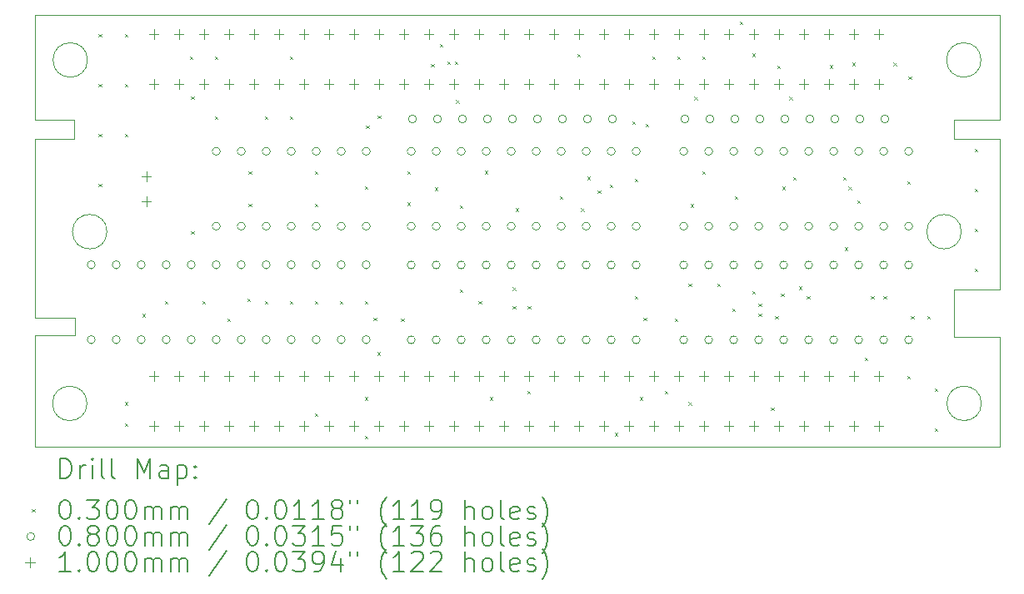
<source format=gbr>
%TF.GenerationSoftware,KiCad,Pcbnew,8.0.6*%
%TF.CreationDate,2025-02-16T15:03:30+05:00*%
%TF.ProjectId,MegaCD-Connect BD Remake,4d656761-4344-42d4-936f-6e6e65637420,rev?*%
%TF.SameCoordinates,Original*%
%TF.FileFunction,Drillmap*%
%TF.FilePolarity,Positive*%
%FSLAX45Y45*%
G04 Gerber Fmt 4.5, Leading zero omitted, Abs format (unit mm)*
G04 Created by KiCad (PCBNEW 8.0.6) date 2025-02-16 15:03:30*
%MOMM*%
%LPD*%
G01*
G04 APERTURE LIST*
%ADD10C,0.100000*%
%ADD11C,0.200000*%
G04 APERTURE END LIST*
D10*
X11112500Y-10390420D02*
X11112500Y-10570760D01*
X11239160Y-7769140D02*
G75*
G02*
X10888640Y-7769140I-175260J0D01*
G01*
X10888640Y-7769140D02*
G75*
G02*
X11239160Y-7769140I175260J0D01*
G01*
X10708300Y-11709400D02*
X20508300Y-11709400D01*
X20045340Y-10586000D02*
X20507620Y-10586000D01*
X20045340Y-10108480D02*
X20045340Y-10586000D01*
X11112500Y-10570760D02*
X10708300Y-10570760D01*
X10708300Y-10390420D02*
X11112500Y-10390420D01*
X10708300Y-8378740D02*
X11102000Y-8378740D01*
X11234080Y-11264180D02*
G75*
G02*
X10883560Y-11264180I-175260J0D01*
G01*
X10883560Y-11264180D02*
G75*
G02*
X11234080Y-11264180I175260J0D01*
G01*
X10708300Y-7309400D02*
X10708300Y-8378740D01*
X20045340Y-8574320D02*
X20507620Y-8574320D01*
X11102000Y-8574320D02*
X10708300Y-8574320D01*
X20322200Y-11264180D02*
G75*
G02*
X19971680Y-11264180I-175260J0D01*
G01*
X19971680Y-11264180D02*
G75*
G02*
X20322200Y-11264180I175260J0D01*
G01*
X20045340Y-8378740D02*
X20045340Y-8574320D01*
X10708300Y-8574320D02*
X10708300Y-10390420D01*
X20508300Y-7309400D02*
X20507620Y-8378740D01*
X10708300Y-10570760D02*
X10708300Y-11709400D01*
X11437280Y-9516660D02*
G75*
G02*
X11086760Y-9516660I-175260J0D01*
G01*
X11086760Y-9516660D02*
G75*
G02*
X11437280Y-9516660I175260J0D01*
G01*
X20319660Y-7769140D02*
G75*
G02*
X19969140Y-7769140I-175260J0D01*
G01*
X19969140Y-7769140D02*
G75*
G02*
X20319660Y-7769140I175260J0D01*
G01*
X10708300Y-7309400D02*
X20508300Y-7309400D01*
X20119000Y-9516660D02*
G75*
G02*
X19768480Y-9516660I-175260J0D01*
G01*
X19768480Y-9516660D02*
G75*
G02*
X20119000Y-9516660I175260J0D01*
G01*
X20507620Y-10108480D02*
X20045340Y-10108480D01*
X20507620Y-8574320D02*
X20507620Y-10108480D01*
X20507620Y-8378740D02*
X20045340Y-8378740D01*
X11102000Y-8378740D02*
X11102000Y-8574320D01*
X20507620Y-10586000D02*
X20508300Y-11709400D01*
D11*
D10*
X11351500Y-7503400D02*
X11381500Y-7533400D01*
X11381500Y-7503400D02*
X11351500Y-7533400D01*
X11351500Y-8011400D02*
X11381500Y-8041400D01*
X11381500Y-8011400D02*
X11351500Y-8041400D01*
X11351500Y-8519400D02*
X11381500Y-8549400D01*
X11381500Y-8519400D02*
X11351500Y-8549400D01*
X11351500Y-9027400D02*
X11381500Y-9057400D01*
X11381500Y-9027400D02*
X11351500Y-9057400D01*
X11618200Y-7503400D02*
X11648200Y-7533400D01*
X11648200Y-7503400D02*
X11618200Y-7533400D01*
X11618200Y-8011400D02*
X11648200Y-8041400D01*
X11648200Y-8011400D02*
X11618200Y-8041400D01*
X11618200Y-8519400D02*
X11648200Y-8549400D01*
X11648200Y-8519400D02*
X11618200Y-8549400D01*
X11618200Y-11249900D02*
X11648200Y-11279900D01*
X11648200Y-11249900D02*
X11618200Y-11279900D01*
X11618200Y-11465800D02*
X11648200Y-11495800D01*
X11648200Y-11465800D02*
X11618200Y-11495800D01*
X11796530Y-10351170D02*
X11826530Y-10381170D01*
X11826530Y-10351170D02*
X11796530Y-10381170D01*
X12024600Y-10221200D02*
X12054600Y-10251200D01*
X12054600Y-10221200D02*
X12024600Y-10251200D01*
X12278600Y-7732000D02*
X12308600Y-7762000D01*
X12308600Y-7732000D02*
X12278600Y-7762000D01*
X12291300Y-8138400D02*
X12321300Y-8168400D01*
X12321300Y-8138400D02*
X12291300Y-8168400D01*
X12291300Y-9509150D02*
X12321300Y-9539150D01*
X12321300Y-9509150D02*
X12291300Y-9539150D01*
X12405600Y-10221200D02*
X12435600Y-10251200D01*
X12435600Y-10221200D02*
X12405600Y-10251200D01*
X12532600Y-7732000D02*
X12562600Y-7762000D01*
X12562600Y-7732000D02*
X12532600Y-7762000D01*
X12532600Y-8341600D02*
X12562600Y-8371600D01*
X12562600Y-8341600D02*
X12532600Y-8371600D01*
X12659600Y-10399000D02*
X12689600Y-10429000D01*
X12689600Y-10399000D02*
X12659600Y-10429000D01*
X12862800Y-10195800D02*
X12892800Y-10225800D01*
X12892800Y-10195800D02*
X12862800Y-10225800D01*
X12875500Y-8900400D02*
X12905500Y-8930400D01*
X12905500Y-8900400D02*
X12875500Y-8930400D01*
X12875500Y-9230600D02*
X12905500Y-9260600D01*
X12905500Y-9230600D02*
X12875500Y-9260600D01*
X13040600Y-8341600D02*
X13070600Y-8371600D01*
X13070600Y-8341600D02*
X13040600Y-8371600D01*
X13040600Y-10221200D02*
X13070600Y-10251200D01*
X13070600Y-10221200D02*
X13040600Y-10251200D01*
X13294600Y-7732000D02*
X13324600Y-7762000D01*
X13324600Y-7732000D02*
X13294600Y-7762000D01*
X13294600Y-8341600D02*
X13324600Y-8371600D01*
X13324600Y-8341600D02*
X13294600Y-8371600D01*
X13294600Y-10221200D02*
X13324600Y-10251200D01*
X13324600Y-10221200D02*
X13294600Y-10251200D01*
X13548600Y-8900400D02*
X13578600Y-8930400D01*
X13578600Y-8900400D02*
X13548600Y-8930400D01*
X13548600Y-9230600D02*
X13578600Y-9260600D01*
X13578600Y-9230600D02*
X13548600Y-9260600D01*
X13548600Y-10221200D02*
X13578600Y-10251200D01*
X13578600Y-10221200D02*
X13548600Y-10251200D01*
X13548600Y-11364200D02*
X13578600Y-11394200D01*
X13578600Y-11364200D02*
X13548600Y-11394200D01*
X13802600Y-10221200D02*
X13832600Y-10251200D01*
X13832600Y-10221200D02*
X13802600Y-10251200D01*
X14056600Y-9052800D02*
X14086600Y-9082800D01*
X14086600Y-9052800D02*
X14056600Y-9082800D01*
X14056600Y-10221200D02*
X14086600Y-10251200D01*
X14086600Y-10221200D02*
X14056600Y-10251200D01*
X14056600Y-11199100D02*
X14086600Y-11229100D01*
X14086600Y-11199100D02*
X14056600Y-11229100D01*
X14056600Y-11592800D02*
X14086600Y-11622800D01*
X14086600Y-11592800D02*
X14056600Y-11622800D01*
X14068590Y-8434460D02*
X14098590Y-8464460D01*
X14098590Y-8434460D02*
X14068590Y-8464460D01*
X14146610Y-10391180D02*
X14176610Y-10421180D01*
X14176610Y-10391180D02*
X14146610Y-10421180D01*
X14183600Y-10741900D02*
X14213600Y-10771900D01*
X14213600Y-10741900D02*
X14183600Y-10771900D01*
X14186620Y-8334440D02*
X14216620Y-8364440D01*
X14216620Y-8334440D02*
X14186620Y-8364440D01*
X14424900Y-10399000D02*
X14454900Y-10429000D01*
X14454900Y-10399000D02*
X14424900Y-10429000D01*
X14488400Y-8900400D02*
X14518400Y-8930400D01*
X14518400Y-8900400D02*
X14488400Y-8930400D01*
X14488400Y-9217900D02*
X14518400Y-9247900D01*
X14518400Y-9217900D02*
X14488400Y-9247900D01*
X14729700Y-7808200D02*
X14759700Y-7838200D01*
X14759700Y-7808200D02*
X14729700Y-7838200D01*
X14767800Y-9065500D02*
X14797800Y-9095500D01*
X14797800Y-9065500D02*
X14767800Y-9095500D01*
X14818600Y-7605000D02*
X14848600Y-7635000D01*
X14848600Y-7605000D02*
X14818600Y-7635000D01*
X14894800Y-7782800D02*
X14924800Y-7812800D01*
X14924800Y-7782800D02*
X14894800Y-7812800D01*
X14971000Y-7782800D02*
X15001000Y-7812800D01*
X15001000Y-7782800D02*
X14971000Y-7812800D01*
X14983700Y-8176500D02*
X15013700Y-8206500D01*
X15013700Y-8176500D02*
X14983700Y-8206500D01*
X15021800Y-9246480D02*
X15051800Y-9276480D01*
X15051800Y-9246480D02*
X15021800Y-9276480D01*
X15021800Y-10101090D02*
X15051800Y-10131090D01*
X15051800Y-10101090D02*
X15021800Y-10131090D01*
X15212300Y-10221200D02*
X15242300Y-10251200D01*
X15242300Y-10221200D02*
X15212300Y-10251200D01*
X15275800Y-8896430D02*
X15305800Y-8926430D01*
X15305800Y-8896430D02*
X15275800Y-8926430D01*
X15326600Y-11199100D02*
X15356600Y-11229100D01*
X15356600Y-11199100D02*
X15326600Y-11229100D01*
X15559810Y-10081500D02*
X15589810Y-10111500D01*
X15589810Y-10081500D02*
X15559810Y-10111500D01*
X15559810Y-10272150D02*
X15589810Y-10302150D01*
X15589810Y-10272150D02*
X15559810Y-10302150D01*
X15589810Y-9276490D02*
X15619810Y-9306490D01*
X15619810Y-9276490D02*
X15589810Y-9306490D01*
X15707600Y-11135600D02*
X15737600Y-11165600D01*
X15737600Y-11135600D02*
X15707600Y-11165600D01*
X15712520Y-10272150D02*
X15742520Y-10302150D01*
X15742520Y-10272150D02*
X15712520Y-10302150D01*
X16037800Y-9156470D02*
X16067800Y-9186470D01*
X16067800Y-9156470D02*
X16037800Y-9186470D01*
X16215600Y-7706600D02*
X16245600Y-7736600D01*
X16245600Y-7706600D02*
X16215600Y-7736600D01*
X16253700Y-9276490D02*
X16283700Y-9306490D01*
X16283700Y-9276490D02*
X16253700Y-9306490D01*
X16317200Y-8956440D02*
X16347200Y-8986440D01*
X16347200Y-8956440D02*
X16317200Y-8986440D01*
X16421810Y-9096460D02*
X16451810Y-9126460D01*
X16451810Y-9096460D02*
X16421810Y-9126460D01*
X16545800Y-9036450D02*
X16575800Y-9066450D01*
X16575800Y-9036450D02*
X16545800Y-9066450D01*
X16596600Y-11563510D02*
X16626600Y-11593510D01*
X16626600Y-11563510D02*
X16596600Y-11593510D01*
X16774400Y-8392400D02*
X16804400Y-8422400D01*
X16804400Y-8392400D02*
X16774400Y-8422400D01*
X16799800Y-8976600D02*
X16829800Y-9006600D01*
X16829800Y-8976600D02*
X16799800Y-9006600D01*
X16799800Y-10170400D02*
X16829800Y-10200400D01*
X16829800Y-10170400D02*
X16799800Y-10200400D01*
X16850600Y-11199100D02*
X16880600Y-11229100D01*
X16880600Y-11199100D02*
X16850600Y-11229100D01*
X16889810Y-10392180D02*
X16919810Y-10422180D01*
X16919810Y-10392180D02*
X16889810Y-10422180D01*
X16909810Y-8417800D02*
X16939810Y-8447800D01*
X16939810Y-8417800D02*
X16909810Y-8447800D01*
X16977600Y-7732000D02*
X17007600Y-7762000D01*
X17007600Y-7732000D02*
X16977600Y-7762000D01*
X17104600Y-11135600D02*
X17134600Y-11165600D01*
X17134600Y-11135600D02*
X17104600Y-11165600D01*
X17206200Y-10399000D02*
X17236200Y-10429000D01*
X17236200Y-10399000D02*
X17206200Y-10429000D01*
X17231600Y-7732000D02*
X17261600Y-7762000D01*
X17261600Y-7732000D02*
X17231600Y-7762000D01*
X17345900Y-10043400D02*
X17375900Y-10073400D01*
X17375900Y-10043400D02*
X17345900Y-10073400D01*
X17345900Y-11249900D02*
X17375900Y-11279900D01*
X17375900Y-11249900D02*
X17345900Y-11279900D01*
X17366380Y-9236480D02*
X17396380Y-9266480D01*
X17396380Y-9236480D02*
X17366380Y-9266480D01*
X17406620Y-8144270D02*
X17436620Y-8174270D01*
X17436620Y-8144270D02*
X17406620Y-8174270D01*
X17485600Y-7732000D02*
X17515600Y-7762000D01*
X17515600Y-7732000D02*
X17485600Y-7762000D01*
X17485600Y-8900400D02*
X17515600Y-8930400D01*
X17515600Y-8900400D02*
X17485600Y-8930400D01*
X17638000Y-10043400D02*
X17668000Y-10073400D01*
X17668000Y-10043400D02*
X17638000Y-10073400D01*
X17790400Y-10297400D02*
X17820400Y-10327400D01*
X17820400Y-10297400D02*
X17790400Y-10327400D01*
X17815800Y-9154400D02*
X17845800Y-9184400D01*
X17845800Y-9154400D02*
X17815800Y-9184400D01*
X17866600Y-7376400D02*
X17896600Y-7406400D01*
X17896600Y-7376400D02*
X17866600Y-7406400D01*
X17993600Y-7703660D02*
X18023600Y-7733660D01*
X18023600Y-7703660D02*
X17993600Y-7733660D01*
X17993600Y-10119600D02*
X18023600Y-10149600D01*
X18023600Y-10119600D02*
X17993600Y-10149600D01*
X18057100Y-10246600D02*
X18087100Y-10276600D01*
X18087100Y-10246600D02*
X18057100Y-10276600D01*
X18057100Y-10348200D02*
X18087100Y-10378200D01*
X18087100Y-10348200D02*
X18057100Y-10378200D01*
X18184100Y-11303480D02*
X18214100Y-11333480D01*
X18214100Y-11303480D02*
X18184100Y-11333480D01*
X18227120Y-10373600D02*
X18257120Y-10403600D01*
X18257120Y-10373600D02*
X18227120Y-10403600D01*
X18247600Y-7823680D02*
X18277600Y-7853680D01*
X18277600Y-7823680D02*
X18247600Y-7853680D01*
X18285700Y-10145000D02*
X18315700Y-10175000D01*
X18315700Y-10145000D02*
X18285700Y-10175000D01*
X18298400Y-9056340D02*
X18328400Y-9086340D01*
X18328400Y-9056340D02*
X18298400Y-9086340D01*
X18371110Y-8144260D02*
X18401110Y-8174260D01*
X18401110Y-8144260D02*
X18371110Y-8174260D01*
X18408410Y-8960850D02*
X18438410Y-8990850D01*
X18438410Y-8960850D02*
X18408410Y-8990850D01*
X18468420Y-10072120D02*
X18498420Y-10102120D01*
X18498420Y-10072120D02*
X18468420Y-10102120D01*
X18548440Y-10172130D02*
X18578440Y-10202130D01*
X18578440Y-10172130D02*
X18548440Y-10202130D01*
X18781000Y-7820900D02*
X18811000Y-7850900D01*
X18811000Y-7820900D02*
X18781000Y-7850900D01*
X18916350Y-8960850D02*
X18946350Y-8990850D01*
X18946350Y-8960850D02*
X18916350Y-8990850D01*
X18933400Y-9675100D02*
X18963400Y-9705100D01*
X18963400Y-9675100D02*
X18933400Y-9705100D01*
X18972930Y-9056340D02*
X19002930Y-9086340D01*
X19002930Y-9056340D02*
X18972930Y-9086340D01*
X19009600Y-7795500D02*
X19039600Y-7825500D01*
X19039600Y-7795500D02*
X19009600Y-7825500D01*
X19060400Y-9196470D02*
X19090400Y-9226470D01*
X19090400Y-9196470D02*
X19060400Y-9226470D01*
X19136600Y-10795540D02*
X19166600Y-10825540D01*
X19166600Y-10795540D02*
X19136600Y-10825540D01*
X19200100Y-10172130D02*
X19230100Y-10202130D01*
X19230100Y-10172130D02*
X19200100Y-10202130D01*
X19327100Y-10170400D02*
X19357100Y-10200400D01*
X19357100Y-10170400D02*
X19327100Y-10200400D01*
X19428700Y-7795500D02*
X19458700Y-7825500D01*
X19458700Y-7795500D02*
X19428700Y-7825500D01*
X19568400Y-9002000D02*
X19598400Y-9032000D01*
X19598400Y-9002000D02*
X19568400Y-9032000D01*
X19568400Y-10983200D02*
X19598400Y-11013200D01*
X19598400Y-10983200D02*
X19568400Y-11013200D01*
X19581100Y-7935200D02*
X19611100Y-7965200D01*
X19611100Y-7935200D02*
X19581100Y-7965200D01*
X19606500Y-10373600D02*
X19636500Y-10403600D01*
X19636500Y-10373600D02*
X19606500Y-10403600D01*
X19771600Y-10373600D02*
X19801600Y-10403600D01*
X19801600Y-10373600D02*
X19771600Y-10403600D01*
X19847800Y-11110200D02*
X19877800Y-11140200D01*
X19877800Y-11110200D02*
X19847800Y-11140200D01*
X19847800Y-11516600D02*
X19877800Y-11546600D01*
X19877800Y-11516600D02*
X19847800Y-11546600D01*
X20254200Y-8671800D02*
X20284200Y-8701800D01*
X20284200Y-8671800D02*
X20254200Y-8701800D01*
X20254200Y-9078200D02*
X20284200Y-9108200D01*
X20284200Y-9078200D02*
X20254200Y-9108200D01*
X20254200Y-9484600D02*
X20284200Y-9514600D01*
X20284200Y-9484600D02*
X20254200Y-9514600D01*
X20254200Y-9891000D02*
X20284200Y-9921000D01*
X20284200Y-9891000D02*
X20254200Y-9921000D01*
X11317600Y-9854200D02*
G75*
G02*
X11237600Y-9854200I-40000J0D01*
G01*
X11237600Y-9854200D02*
G75*
G02*
X11317600Y-9854200I40000J0D01*
G01*
X11317600Y-10616200D02*
G75*
G02*
X11237600Y-10616200I-40000J0D01*
G01*
X11237600Y-10616200D02*
G75*
G02*
X11317600Y-10616200I40000J0D01*
G01*
X11571600Y-9854200D02*
G75*
G02*
X11491600Y-9854200I-40000J0D01*
G01*
X11491600Y-9854200D02*
G75*
G02*
X11571600Y-9854200I40000J0D01*
G01*
X11571600Y-10616200D02*
G75*
G02*
X11491600Y-10616200I-40000J0D01*
G01*
X11491600Y-10616200D02*
G75*
G02*
X11571600Y-10616200I40000J0D01*
G01*
X11825600Y-9854200D02*
G75*
G02*
X11745600Y-9854200I-40000J0D01*
G01*
X11745600Y-9854200D02*
G75*
G02*
X11825600Y-9854200I40000J0D01*
G01*
X11825600Y-10616200D02*
G75*
G02*
X11745600Y-10616200I-40000J0D01*
G01*
X11745600Y-10616200D02*
G75*
G02*
X11825600Y-10616200I40000J0D01*
G01*
X12079600Y-9854200D02*
G75*
G02*
X11999600Y-9854200I-40000J0D01*
G01*
X11999600Y-9854200D02*
G75*
G02*
X12079600Y-9854200I40000J0D01*
G01*
X12079600Y-10616200D02*
G75*
G02*
X11999600Y-10616200I-40000J0D01*
G01*
X11999600Y-10616200D02*
G75*
G02*
X12079600Y-10616200I40000J0D01*
G01*
X12333600Y-9854200D02*
G75*
G02*
X12253600Y-9854200I-40000J0D01*
G01*
X12253600Y-9854200D02*
G75*
G02*
X12333600Y-9854200I40000J0D01*
G01*
X12333600Y-10616200D02*
G75*
G02*
X12253600Y-10616200I-40000J0D01*
G01*
X12253600Y-10616200D02*
G75*
G02*
X12333600Y-10616200I40000J0D01*
G01*
X12587600Y-8699500D02*
G75*
G02*
X12507600Y-8699500I-40000J0D01*
G01*
X12507600Y-8699500D02*
G75*
G02*
X12587600Y-8699500I40000J0D01*
G01*
X12587600Y-9461500D02*
G75*
G02*
X12507600Y-9461500I-40000J0D01*
G01*
X12507600Y-9461500D02*
G75*
G02*
X12587600Y-9461500I40000J0D01*
G01*
X12587600Y-9854200D02*
G75*
G02*
X12507600Y-9854200I-40000J0D01*
G01*
X12507600Y-9854200D02*
G75*
G02*
X12587600Y-9854200I40000J0D01*
G01*
X12587600Y-10616200D02*
G75*
G02*
X12507600Y-10616200I-40000J0D01*
G01*
X12507600Y-10616200D02*
G75*
G02*
X12587600Y-10616200I40000J0D01*
G01*
X12841600Y-8699500D02*
G75*
G02*
X12761600Y-8699500I-40000J0D01*
G01*
X12761600Y-8699500D02*
G75*
G02*
X12841600Y-8699500I40000J0D01*
G01*
X12841600Y-9461500D02*
G75*
G02*
X12761600Y-9461500I-40000J0D01*
G01*
X12761600Y-9461500D02*
G75*
G02*
X12841600Y-9461500I40000J0D01*
G01*
X12841600Y-9854200D02*
G75*
G02*
X12761600Y-9854200I-40000J0D01*
G01*
X12761600Y-9854200D02*
G75*
G02*
X12841600Y-9854200I40000J0D01*
G01*
X12841600Y-10616200D02*
G75*
G02*
X12761600Y-10616200I-40000J0D01*
G01*
X12761600Y-10616200D02*
G75*
G02*
X12841600Y-10616200I40000J0D01*
G01*
X13095600Y-8699500D02*
G75*
G02*
X13015600Y-8699500I-40000J0D01*
G01*
X13015600Y-8699500D02*
G75*
G02*
X13095600Y-8699500I40000J0D01*
G01*
X13095600Y-9461500D02*
G75*
G02*
X13015600Y-9461500I-40000J0D01*
G01*
X13015600Y-9461500D02*
G75*
G02*
X13095600Y-9461500I40000J0D01*
G01*
X13095600Y-9854200D02*
G75*
G02*
X13015600Y-9854200I-40000J0D01*
G01*
X13015600Y-9854200D02*
G75*
G02*
X13095600Y-9854200I40000J0D01*
G01*
X13095600Y-10616200D02*
G75*
G02*
X13015600Y-10616200I-40000J0D01*
G01*
X13015600Y-10616200D02*
G75*
G02*
X13095600Y-10616200I40000J0D01*
G01*
X13349600Y-8699500D02*
G75*
G02*
X13269600Y-8699500I-40000J0D01*
G01*
X13269600Y-8699500D02*
G75*
G02*
X13349600Y-8699500I40000J0D01*
G01*
X13349600Y-9461500D02*
G75*
G02*
X13269600Y-9461500I-40000J0D01*
G01*
X13269600Y-9461500D02*
G75*
G02*
X13349600Y-9461500I40000J0D01*
G01*
X13349600Y-9854200D02*
G75*
G02*
X13269600Y-9854200I-40000J0D01*
G01*
X13269600Y-9854200D02*
G75*
G02*
X13349600Y-9854200I40000J0D01*
G01*
X13349600Y-10616200D02*
G75*
G02*
X13269600Y-10616200I-40000J0D01*
G01*
X13269600Y-10616200D02*
G75*
G02*
X13349600Y-10616200I40000J0D01*
G01*
X13603600Y-8699500D02*
G75*
G02*
X13523600Y-8699500I-40000J0D01*
G01*
X13523600Y-8699500D02*
G75*
G02*
X13603600Y-8699500I40000J0D01*
G01*
X13603600Y-9461500D02*
G75*
G02*
X13523600Y-9461500I-40000J0D01*
G01*
X13523600Y-9461500D02*
G75*
G02*
X13603600Y-9461500I40000J0D01*
G01*
X13603600Y-9854200D02*
G75*
G02*
X13523600Y-9854200I-40000J0D01*
G01*
X13523600Y-9854200D02*
G75*
G02*
X13603600Y-9854200I40000J0D01*
G01*
X13603600Y-10616200D02*
G75*
G02*
X13523600Y-10616200I-40000J0D01*
G01*
X13523600Y-10616200D02*
G75*
G02*
X13603600Y-10616200I40000J0D01*
G01*
X13857600Y-8699500D02*
G75*
G02*
X13777600Y-8699500I-40000J0D01*
G01*
X13777600Y-8699500D02*
G75*
G02*
X13857600Y-8699500I40000J0D01*
G01*
X13857600Y-9461500D02*
G75*
G02*
X13777600Y-9461500I-40000J0D01*
G01*
X13777600Y-9461500D02*
G75*
G02*
X13857600Y-9461500I40000J0D01*
G01*
X13857600Y-9854200D02*
G75*
G02*
X13777600Y-9854200I-40000J0D01*
G01*
X13777600Y-9854200D02*
G75*
G02*
X13857600Y-9854200I40000J0D01*
G01*
X13857600Y-10616200D02*
G75*
G02*
X13777600Y-10616200I-40000J0D01*
G01*
X13777600Y-10616200D02*
G75*
G02*
X13857600Y-10616200I40000J0D01*
G01*
X14111600Y-8699500D02*
G75*
G02*
X14031600Y-8699500I-40000J0D01*
G01*
X14031600Y-8699500D02*
G75*
G02*
X14111600Y-8699500I40000J0D01*
G01*
X14111600Y-9461500D02*
G75*
G02*
X14031600Y-9461500I-40000J0D01*
G01*
X14031600Y-9461500D02*
G75*
G02*
X14111600Y-9461500I40000J0D01*
G01*
X14111600Y-9854200D02*
G75*
G02*
X14031600Y-9854200I-40000J0D01*
G01*
X14031600Y-9854200D02*
G75*
G02*
X14111600Y-9854200I40000J0D01*
G01*
X14111600Y-10616200D02*
G75*
G02*
X14031600Y-10616200I-40000J0D01*
G01*
X14031600Y-10616200D02*
G75*
G02*
X14111600Y-10616200I40000J0D01*
G01*
X14568800Y-8699500D02*
G75*
G02*
X14488800Y-8699500I-40000J0D01*
G01*
X14488800Y-8699500D02*
G75*
G02*
X14568800Y-8699500I40000J0D01*
G01*
X14568800Y-9461500D02*
G75*
G02*
X14488800Y-9461500I-40000J0D01*
G01*
X14488800Y-9461500D02*
G75*
G02*
X14568800Y-9461500I40000J0D01*
G01*
X14568800Y-9855200D02*
G75*
G02*
X14488800Y-9855200I-40000J0D01*
G01*
X14488800Y-9855200D02*
G75*
G02*
X14568800Y-9855200I40000J0D01*
G01*
X14568800Y-10617200D02*
G75*
G02*
X14488800Y-10617200I-40000J0D01*
G01*
X14488800Y-10617200D02*
G75*
G02*
X14568800Y-10617200I40000J0D01*
G01*
X14581500Y-8369300D02*
G75*
G02*
X14501500Y-8369300I-40000J0D01*
G01*
X14501500Y-8369300D02*
G75*
G02*
X14581500Y-8369300I40000J0D01*
G01*
X14822800Y-8699500D02*
G75*
G02*
X14742800Y-8699500I-40000J0D01*
G01*
X14742800Y-8699500D02*
G75*
G02*
X14822800Y-8699500I40000J0D01*
G01*
X14822800Y-9461500D02*
G75*
G02*
X14742800Y-9461500I-40000J0D01*
G01*
X14742800Y-9461500D02*
G75*
G02*
X14822800Y-9461500I40000J0D01*
G01*
X14822800Y-9855200D02*
G75*
G02*
X14742800Y-9855200I-40000J0D01*
G01*
X14742800Y-9855200D02*
G75*
G02*
X14822800Y-9855200I40000J0D01*
G01*
X14822800Y-10617200D02*
G75*
G02*
X14742800Y-10617200I-40000J0D01*
G01*
X14742800Y-10617200D02*
G75*
G02*
X14822800Y-10617200I40000J0D01*
G01*
X14835500Y-8369300D02*
G75*
G02*
X14755500Y-8369300I-40000J0D01*
G01*
X14755500Y-8369300D02*
G75*
G02*
X14835500Y-8369300I40000J0D01*
G01*
X15076800Y-8699500D02*
G75*
G02*
X14996800Y-8699500I-40000J0D01*
G01*
X14996800Y-8699500D02*
G75*
G02*
X15076800Y-8699500I40000J0D01*
G01*
X15076800Y-9461500D02*
G75*
G02*
X14996800Y-9461500I-40000J0D01*
G01*
X14996800Y-9461500D02*
G75*
G02*
X15076800Y-9461500I40000J0D01*
G01*
X15076800Y-9855200D02*
G75*
G02*
X14996800Y-9855200I-40000J0D01*
G01*
X14996800Y-9855200D02*
G75*
G02*
X15076800Y-9855200I40000J0D01*
G01*
X15076800Y-10617200D02*
G75*
G02*
X14996800Y-10617200I-40000J0D01*
G01*
X14996800Y-10617200D02*
G75*
G02*
X15076800Y-10617200I40000J0D01*
G01*
X15089500Y-8369300D02*
G75*
G02*
X15009500Y-8369300I-40000J0D01*
G01*
X15009500Y-8369300D02*
G75*
G02*
X15089500Y-8369300I40000J0D01*
G01*
X15330800Y-8699500D02*
G75*
G02*
X15250800Y-8699500I-40000J0D01*
G01*
X15250800Y-8699500D02*
G75*
G02*
X15330800Y-8699500I40000J0D01*
G01*
X15330800Y-9461500D02*
G75*
G02*
X15250800Y-9461500I-40000J0D01*
G01*
X15250800Y-9461500D02*
G75*
G02*
X15330800Y-9461500I40000J0D01*
G01*
X15330800Y-9855200D02*
G75*
G02*
X15250800Y-9855200I-40000J0D01*
G01*
X15250800Y-9855200D02*
G75*
G02*
X15330800Y-9855200I40000J0D01*
G01*
X15330800Y-10617200D02*
G75*
G02*
X15250800Y-10617200I-40000J0D01*
G01*
X15250800Y-10617200D02*
G75*
G02*
X15330800Y-10617200I40000J0D01*
G01*
X15343500Y-8369300D02*
G75*
G02*
X15263500Y-8369300I-40000J0D01*
G01*
X15263500Y-8369300D02*
G75*
G02*
X15343500Y-8369300I40000J0D01*
G01*
X15584800Y-8699500D02*
G75*
G02*
X15504800Y-8699500I-40000J0D01*
G01*
X15504800Y-8699500D02*
G75*
G02*
X15584800Y-8699500I40000J0D01*
G01*
X15584800Y-9461500D02*
G75*
G02*
X15504800Y-9461500I-40000J0D01*
G01*
X15504800Y-9461500D02*
G75*
G02*
X15584800Y-9461500I40000J0D01*
G01*
X15584800Y-9855200D02*
G75*
G02*
X15504800Y-9855200I-40000J0D01*
G01*
X15504800Y-9855200D02*
G75*
G02*
X15584800Y-9855200I40000J0D01*
G01*
X15584800Y-10617200D02*
G75*
G02*
X15504800Y-10617200I-40000J0D01*
G01*
X15504800Y-10617200D02*
G75*
G02*
X15584800Y-10617200I40000J0D01*
G01*
X15597500Y-8369300D02*
G75*
G02*
X15517500Y-8369300I-40000J0D01*
G01*
X15517500Y-8369300D02*
G75*
G02*
X15597500Y-8369300I40000J0D01*
G01*
X15838800Y-8699500D02*
G75*
G02*
X15758800Y-8699500I-40000J0D01*
G01*
X15758800Y-8699500D02*
G75*
G02*
X15838800Y-8699500I40000J0D01*
G01*
X15838800Y-9461500D02*
G75*
G02*
X15758800Y-9461500I-40000J0D01*
G01*
X15758800Y-9461500D02*
G75*
G02*
X15838800Y-9461500I40000J0D01*
G01*
X15838800Y-9855200D02*
G75*
G02*
X15758800Y-9855200I-40000J0D01*
G01*
X15758800Y-9855200D02*
G75*
G02*
X15838800Y-9855200I40000J0D01*
G01*
X15838800Y-10617200D02*
G75*
G02*
X15758800Y-10617200I-40000J0D01*
G01*
X15758800Y-10617200D02*
G75*
G02*
X15838800Y-10617200I40000J0D01*
G01*
X15851500Y-8369300D02*
G75*
G02*
X15771500Y-8369300I-40000J0D01*
G01*
X15771500Y-8369300D02*
G75*
G02*
X15851500Y-8369300I40000J0D01*
G01*
X16092800Y-8699500D02*
G75*
G02*
X16012800Y-8699500I-40000J0D01*
G01*
X16012800Y-8699500D02*
G75*
G02*
X16092800Y-8699500I40000J0D01*
G01*
X16092800Y-9461500D02*
G75*
G02*
X16012800Y-9461500I-40000J0D01*
G01*
X16012800Y-9461500D02*
G75*
G02*
X16092800Y-9461500I40000J0D01*
G01*
X16092800Y-9855200D02*
G75*
G02*
X16012800Y-9855200I-40000J0D01*
G01*
X16012800Y-9855200D02*
G75*
G02*
X16092800Y-9855200I40000J0D01*
G01*
X16092800Y-10617200D02*
G75*
G02*
X16012800Y-10617200I-40000J0D01*
G01*
X16012800Y-10617200D02*
G75*
G02*
X16092800Y-10617200I40000J0D01*
G01*
X16105500Y-8369300D02*
G75*
G02*
X16025500Y-8369300I-40000J0D01*
G01*
X16025500Y-8369300D02*
G75*
G02*
X16105500Y-8369300I40000J0D01*
G01*
X16346800Y-8699500D02*
G75*
G02*
X16266800Y-8699500I-40000J0D01*
G01*
X16266800Y-8699500D02*
G75*
G02*
X16346800Y-8699500I40000J0D01*
G01*
X16346800Y-9461500D02*
G75*
G02*
X16266800Y-9461500I-40000J0D01*
G01*
X16266800Y-9461500D02*
G75*
G02*
X16346800Y-9461500I40000J0D01*
G01*
X16346800Y-9855200D02*
G75*
G02*
X16266800Y-9855200I-40000J0D01*
G01*
X16266800Y-9855200D02*
G75*
G02*
X16346800Y-9855200I40000J0D01*
G01*
X16346800Y-10617200D02*
G75*
G02*
X16266800Y-10617200I-40000J0D01*
G01*
X16266800Y-10617200D02*
G75*
G02*
X16346800Y-10617200I40000J0D01*
G01*
X16359500Y-8369300D02*
G75*
G02*
X16279500Y-8369300I-40000J0D01*
G01*
X16279500Y-8369300D02*
G75*
G02*
X16359500Y-8369300I40000J0D01*
G01*
X16600800Y-8699500D02*
G75*
G02*
X16520800Y-8699500I-40000J0D01*
G01*
X16520800Y-8699500D02*
G75*
G02*
X16600800Y-8699500I40000J0D01*
G01*
X16600800Y-9461500D02*
G75*
G02*
X16520800Y-9461500I-40000J0D01*
G01*
X16520800Y-9461500D02*
G75*
G02*
X16600800Y-9461500I40000J0D01*
G01*
X16600800Y-9855200D02*
G75*
G02*
X16520800Y-9855200I-40000J0D01*
G01*
X16520800Y-9855200D02*
G75*
G02*
X16600800Y-9855200I40000J0D01*
G01*
X16600800Y-10617200D02*
G75*
G02*
X16520800Y-10617200I-40000J0D01*
G01*
X16520800Y-10617200D02*
G75*
G02*
X16600800Y-10617200I40000J0D01*
G01*
X16613500Y-8369300D02*
G75*
G02*
X16533500Y-8369300I-40000J0D01*
G01*
X16533500Y-8369300D02*
G75*
G02*
X16613500Y-8369300I40000J0D01*
G01*
X16854800Y-8699500D02*
G75*
G02*
X16774800Y-8699500I-40000J0D01*
G01*
X16774800Y-8699500D02*
G75*
G02*
X16854800Y-8699500I40000J0D01*
G01*
X16854800Y-9461500D02*
G75*
G02*
X16774800Y-9461500I-40000J0D01*
G01*
X16774800Y-9461500D02*
G75*
G02*
X16854800Y-9461500I40000J0D01*
G01*
X16854800Y-9855200D02*
G75*
G02*
X16774800Y-9855200I-40000J0D01*
G01*
X16774800Y-9855200D02*
G75*
G02*
X16854800Y-9855200I40000J0D01*
G01*
X16854800Y-10617200D02*
G75*
G02*
X16774800Y-10617200I-40000J0D01*
G01*
X16774800Y-10617200D02*
G75*
G02*
X16854800Y-10617200I40000J0D01*
G01*
X17337400Y-8699500D02*
G75*
G02*
X17257400Y-8699500I-40000J0D01*
G01*
X17257400Y-8699500D02*
G75*
G02*
X17337400Y-8699500I40000J0D01*
G01*
X17337400Y-9461500D02*
G75*
G02*
X17257400Y-9461500I-40000J0D01*
G01*
X17257400Y-9461500D02*
G75*
G02*
X17337400Y-9461500I40000J0D01*
G01*
X17337400Y-9855200D02*
G75*
G02*
X17257400Y-9855200I-40000J0D01*
G01*
X17257400Y-9855200D02*
G75*
G02*
X17337400Y-9855200I40000J0D01*
G01*
X17337400Y-10617200D02*
G75*
G02*
X17257400Y-10617200I-40000J0D01*
G01*
X17257400Y-10617200D02*
G75*
G02*
X17337400Y-10617200I40000J0D01*
G01*
X17350100Y-8369300D02*
G75*
G02*
X17270100Y-8369300I-40000J0D01*
G01*
X17270100Y-8369300D02*
G75*
G02*
X17350100Y-8369300I40000J0D01*
G01*
X17591400Y-8699500D02*
G75*
G02*
X17511400Y-8699500I-40000J0D01*
G01*
X17511400Y-8699500D02*
G75*
G02*
X17591400Y-8699500I40000J0D01*
G01*
X17591400Y-9461500D02*
G75*
G02*
X17511400Y-9461500I-40000J0D01*
G01*
X17511400Y-9461500D02*
G75*
G02*
X17591400Y-9461500I40000J0D01*
G01*
X17591400Y-9855200D02*
G75*
G02*
X17511400Y-9855200I-40000J0D01*
G01*
X17511400Y-9855200D02*
G75*
G02*
X17591400Y-9855200I40000J0D01*
G01*
X17591400Y-10617200D02*
G75*
G02*
X17511400Y-10617200I-40000J0D01*
G01*
X17511400Y-10617200D02*
G75*
G02*
X17591400Y-10617200I40000J0D01*
G01*
X17604100Y-8369300D02*
G75*
G02*
X17524100Y-8369300I-40000J0D01*
G01*
X17524100Y-8369300D02*
G75*
G02*
X17604100Y-8369300I40000J0D01*
G01*
X17845400Y-8699500D02*
G75*
G02*
X17765400Y-8699500I-40000J0D01*
G01*
X17765400Y-8699500D02*
G75*
G02*
X17845400Y-8699500I40000J0D01*
G01*
X17845400Y-9461500D02*
G75*
G02*
X17765400Y-9461500I-40000J0D01*
G01*
X17765400Y-9461500D02*
G75*
G02*
X17845400Y-9461500I40000J0D01*
G01*
X17845400Y-9855200D02*
G75*
G02*
X17765400Y-9855200I-40000J0D01*
G01*
X17765400Y-9855200D02*
G75*
G02*
X17845400Y-9855200I40000J0D01*
G01*
X17845400Y-10617200D02*
G75*
G02*
X17765400Y-10617200I-40000J0D01*
G01*
X17765400Y-10617200D02*
G75*
G02*
X17845400Y-10617200I40000J0D01*
G01*
X17858100Y-8369300D02*
G75*
G02*
X17778100Y-8369300I-40000J0D01*
G01*
X17778100Y-8369300D02*
G75*
G02*
X17858100Y-8369300I40000J0D01*
G01*
X18099400Y-8699500D02*
G75*
G02*
X18019400Y-8699500I-40000J0D01*
G01*
X18019400Y-8699500D02*
G75*
G02*
X18099400Y-8699500I40000J0D01*
G01*
X18099400Y-9461500D02*
G75*
G02*
X18019400Y-9461500I-40000J0D01*
G01*
X18019400Y-9461500D02*
G75*
G02*
X18099400Y-9461500I40000J0D01*
G01*
X18099400Y-9855200D02*
G75*
G02*
X18019400Y-9855200I-40000J0D01*
G01*
X18019400Y-9855200D02*
G75*
G02*
X18099400Y-9855200I40000J0D01*
G01*
X18099400Y-10617200D02*
G75*
G02*
X18019400Y-10617200I-40000J0D01*
G01*
X18019400Y-10617200D02*
G75*
G02*
X18099400Y-10617200I40000J0D01*
G01*
X18112100Y-8369300D02*
G75*
G02*
X18032100Y-8369300I-40000J0D01*
G01*
X18032100Y-8369300D02*
G75*
G02*
X18112100Y-8369300I40000J0D01*
G01*
X18353400Y-8699500D02*
G75*
G02*
X18273400Y-8699500I-40000J0D01*
G01*
X18273400Y-8699500D02*
G75*
G02*
X18353400Y-8699500I40000J0D01*
G01*
X18353400Y-9461500D02*
G75*
G02*
X18273400Y-9461500I-40000J0D01*
G01*
X18273400Y-9461500D02*
G75*
G02*
X18353400Y-9461500I40000J0D01*
G01*
X18353400Y-9855200D02*
G75*
G02*
X18273400Y-9855200I-40000J0D01*
G01*
X18273400Y-9855200D02*
G75*
G02*
X18353400Y-9855200I40000J0D01*
G01*
X18353400Y-10617200D02*
G75*
G02*
X18273400Y-10617200I-40000J0D01*
G01*
X18273400Y-10617200D02*
G75*
G02*
X18353400Y-10617200I40000J0D01*
G01*
X18366100Y-8369300D02*
G75*
G02*
X18286100Y-8369300I-40000J0D01*
G01*
X18286100Y-8369300D02*
G75*
G02*
X18366100Y-8369300I40000J0D01*
G01*
X18607400Y-8699500D02*
G75*
G02*
X18527400Y-8699500I-40000J0D01*
G01*
X18527400Y-8699500D02*
G75*
G02*
X18607400Y-8699500I40000J0D01*
G01*
X18607400Y-9461500D02*
G75*
G02*
X18527400Y-9461500I-40000J0D01*
G01*
X18527400Y-9461500D02*
G75*
G02*
X18607400Y-9461500I40000J0D01*
G01*
X18607400Y-9855200D02*
G75*
G02*
X18527400Y-9855200I-40000J0D01*
G01*
X18527400Y-9855200D02*
G75*
G02*
X18607400Y-9855200I40000J0D01*
G01*
X18607400Y-10617200D02*
G75*
G02*
X18527400Y-10617200I-40000J0D01*
G01*
X18527400Y-10617200D02*
G75*
G02*
X18607400Y-10617200I40000J0D01*
G01*
X18620100Y-8369300D02*
G75*
G02*
X18540100Y-8369300I-40000J0D01*
G01*
X18540100Y-8369300D02*
G75*
G02*
X18620100Y-8369300I40000J0D01*
G01*
X18861400Y-8699500D02*
G75*
G02*
X18781400Y-8699500I-40000J0D01*
G01*
X18781400Y-8699500D02*
G75*
G02*
X18861400Y-8699500I40000J0D01*
G01*
X18861400Y-9461500D02*
G75*
G02*
X18781400Y-9461500I-40000J0D01*
G01*
X18781400Y-9461500D02*
G75*
G02*
X18861400Y-9461500I40000J0D01*
G01*
X18861400Y-9855200D02*
G75*
G02*
X18781400Y-9855200I-40000J0D01*
G01*
X18781400Y-9855200D02*
G75*
G02*
X18861400Y-9855200I40000J0D01*
G01*
X18861400Y-10617200D02*
G75*
G02*
X18781400Y-10617200I-40000J0D01*
G01*
X18781400Y-10617200D02*
G75*
G02*
X18861400Y-10617200I40000J0D01*
G01*
X18874100Y-8369300D02*
G75*
G02*
X18794100Y-8369300I-40000J0D01*
G01*
X18794100Y-8369300D02*
G75*
G02*
X18874100Y-8369300I40000J0D01*
G01*
X19115400Y-8699500D02*
G75*
G02*
X19035400Y-8699500I-40000J0D01*
G01*
X19035400Y-8699500D02*
G75*
G02*
X19115400Y-8699500I40000J0D01*
G01*
X19115400Y-9461500D02*
G75*
G02*
X19035400Y-9461500I-40000J0D01*
G01*
X19035400Y-9461500D02*
G75*
G02*
X19115400Y-9461500I40000J0D01*
G01*
X19115400Y-9855200D02*
G75*
G02*
X19035400Y-9855200I-40000J0D01*
G01*
X19035400Y-9855200D02*
G75*
G02*
X19115400Y-9855200I40000J0D01*
G01*
X19115400Y-10617200D02*
G75*
G02*
X19035400Y-10617200I-40000J0D01*
G01*
X19035400Y-10617200D02*
G75*
G02*
X19115400Y-10617200I40000J0D01*
G01*
X19128100Y-8369300D02*
G75*
G02*
X19048100Y-8369300I-40000J0D01*
G01*
X19048100Y-8369300D02*
G75*
G02*
X19128100Y-8369300I40000J0D01*
G01*
X19369400Y-8699500D02*
G75*
G02*
X19289400Y-8699500I-40000J0D01*
G01*
X19289400Y-8699500D02*
G75*
G02*
X19369400Y-8699500I40000J0D01*
G01*
X19369400Y-9461500D02*
G75*
G02*
X19289400Y-9461500I-40000J0D01*
G01*
X19289400Y-9461500D02*
G75*
G02*
X19369400Y-9461500I40000J0D01*
G01*
X19369400Y-9855200D02*
G75*
G02*
X19289400Y-9855200I-40000J0D01*
G01*
X19289400Y-9855200D02*
G75*
G02*
X19369400Y-9855200I40000J0D01*
G01*
X19369400Y-10617200D02*
G75*
G02*
X19289400Y-10617200I-40000J0D01*
G01*
X19289400Y-10617200D02*
G75*
G02*
X19369400Y-10617200I40000J0D01*
G01*
X19382100Y-8369300D02*
G75*
G02*
X19302100Y-8369300I-40000J0D01*
G01*
X19302100Y-8369300D02*
G75*
G02*
X19382100Y-8369300I40000J0D01*
G01*
X19623400Y-8699500D02*
G75*
G02*
X19543400Y-8699500I-40000J0D01*
G01*
X19543400Y-8699500D02*
G75*
G02*
X19623400Y-8699500I40000J0D01*
G01*
X19623400Y-9461500D02*
G75*
G02*
X19543400Y-9461500I-40000J0D01*
G01*
X19543400Y-9461500D02*
G75*
G02*
X19623400Y-9461500I40000J0D01*
G01*
X19623400Y-9855200D02*
G75*
G02*
X19543400Y-9855200I-40000J0D01*
G01*
X19543400Y-9855200D02*
G75*
G02*
X19623400Y-9855200I40000J0D01*
G01*
X19623400Y-10617200D02*
G75*
G02*
X19543400Y-10617200I-40000J0D01*
G01*
X19543400Y-10617200D02*
G75*
G02*
X19623400Y-10617200I40000J0D01*
G01*
X11836400Y-8904000D02*
X11836400Y-9004000D01*
X11786400Y-8954000D02*
X11886400Y-8954000D01*
X11836400Y-9158000D02*
X11836400Y-9258000D01*
X11786400Y-9208000D02*
X11886400Y-9208000D01*
X11912600Y-7455700D02*
X11912600Y-7555700D01*
X11862600Y-7505700D02*
X11962600Y-7505700D01*
X11912600Y-7963700D02*
X11912600Y-8063700D01*
X11862600Y-8013700D02*
X11962600Y-8013700D01*
X11912600Y-10935500D02*
X11912600Y-11035500D01*
X11862600Y-10985500D02*
X11962600Y-10985500D01*
X11912600Y-11443500D02*
X11912600Y-11543500D01*
X11862600Y-11493500D02*
X11962600Y-11493500D01*
X12166600Y-7455700D02*
X12166600Y-7555700D01*
X12116600Y-7505700D02*
X12216600Y-7505700D01*
X12166600Y-7963700D02*
X12166600Y-8063700D01*
X12116600Y-8013700D02*
X12216600Y-8013700D01*
X12166600Y-10935500D02*
X12166600Y-11035500D01*
X12116600Y-10985500D02*
X12216600Y-10985500D01*
X12166600Y-11443500D02*
X12166600Y-11543500D01*
X12116600Y-11493500D02*
X12216600Y-11493500D01*
X12420600Y-7455700D02*
X12420600Y-7555700D01*
X12370600Y-7505700D02*
X12470600Y-7505700D01*
X12420600Y-7963700D02*
X12420600Y-8063700D01*
X12370600Y-8013700D02*
X12470600Y-8013700D01*
X12420600Y-10935500D02*
X12420600Y-11035500D01*
X12370600Y-10985500D02*
X12470600Y-10985500D01*
X12420600Y-11443500D02*
X12420600Y-11543500D01*
X12370600Y-11493500D02*
X12470600Y-11493500D01*
X12674600Y-7455700D02*
X12674600Y-7555700D01*
X12624600Y-7505700D02*
X12724600Y-7505700D01*
X12674600Y-7963700D02*
X12674600Y-8063700D01*
X12624600Y-8013700D02*
X12724600Y-8013700D01*
X12674600Y-10935500D02*
X12674600Y-11035500D01*
X12624600Y-10985500D02*
X12724600Y-10985500D01*
X12674600Y-11443500D02*
X12674600Y-11543500D01*
X12624600Y-11493500D02*
X12724600Y-11493500D01*
X12928600Y-7455700D02*
X12928600Y-7555700D01*
X12878600Y-7505700D02*
X12978600Y-7505700D01*
X12928600Y-7963700D02*
X12928600Y-8063700D01*
X12878600Y-8013700D02*
X12978600Y-8013700D01*
X12928600Y-10935500D02*
X12928600Y-11035500D01*
X12878600Y-10985500D02*
X12978600Y-10985500D01*
X12928600Y-11443500D02*
X12928600Y-11543500D01*
X12878600Y-11493500D02*
X12978600Y-11493500D01*
X13182600Y-7455700D02*
X13182600Y-7555700D01*
X13132600Y-7505700D02*
X13232600Y-7505700D01*
X13182600Y-7963700D02*
X13182600Y-8063700D01*
X13132600Y-8013700D02*
X13232600Y-8013700D01*
X13182600Y-10935500D02*
X13182600Y-11035500D01*
X13132600Y-10985500D02*
X13232600Y-10985500D01*
X13182600Y-11443500D02*
X13182600Y-11543500D01*
X13132600Y-11493500D02*
X13232600Y-11493500D01*
X13436600Y-7455700D02*
X13436600Y-7555700D01*
X13386600Y-7505700D02*
X13486600Y-7505700D01*
X13436600Y-7963700D02*
X13436600Y-8063700D01*
X13386600Y-8013700D02*
X13486600Y-8013700D01*
X13436600Y-10935500D02*
X13436600Y-11035500D01*
X13386600Y-10985500D02*
X13486600Y-10985500D01*
X13436600Y-11443500D02*
X13436600Y-11543500D01*
X13386600Y-11493500D02*
X13486600Y-11493500D01*
X13690600Y-7455700D02*
X13690600Y-7555700D01*
X13640600Y-7505700D02*
X13740600Y-7505700D01*
X13690600Y-7963700D02*
X13690600Y-8063700D01*
X13640600Y-8013700D02*
X13740600Y-8013700D01*
X13690600Y-10935500D02*
X13690600Y-11035500D01*
X13640600Y-10985500D02*
X13740600Y-10985500D01*
X13690600Y-11443500D02*
X13690600Y-11543500D01*
X13640600Y-11493500D02*
X13740600Y-11493500D01*
X13944600Y-7455700D02*
X13944600Y-7555700D01*
X13894600Y-7505700D02*
X13994600Y-7505700D01*
X13944600Y-7963700D02*
X13944600Y-8063700D01*
X13894600Y-8013700D02*
X13994600Y-8013700D01*
X13944600Y-10935500D02*
X13944600Y-11035500D01*
X13894600Y-10985500D02*
X13994600Y-10985500D01*
X13944600Y-11443500D02*
X13944600Y-11543500D01*
X13894600Y-11493500D02*
X13994600Y-11493500D01*
X14198600Y-7455700D02*
X14198600Y-7555700D01*
X14148600Y-7505700D02*
X14248600Y-7505700D01*
X14198600Y-7963700D02*
X14198600Y-8063700D01*
X14148600Y-8013700D02*
X14248600Y-8013700D01*
X14198600Y-10935500D02*
X14198600Y-11035500D01*
X14148600Y-10985500D02*
X14248600Y-10985500D01*
X14198600Y-11443500D02*
X14198600Y-11543500D01*
X14148600Y-11493500D02*
X14248600Y-11493500D01*
X14452600Y-7455700D02*
X14452600Y-7555700D01*
X14402600Y-7505700D02*
X14502600Y-7505700D01*
X14452600Y-7963700D02*
X14452600Y-8063700D01*
X14402600Y-8013700D02*
X14502600Y-8013700D01*
X14452600Y-10935500D02*
X14452600Y-11035500D01*
X14402600Y-10985500D02*
X14502600Y-10985500D01*
X14452600Y-11443500D02*
X14452600Y-11543500D01*
X14402600Y-11493500D02*
X14502600Y-11493500D01*
X14706600Y-7455700D02*
X14706600Y-7555700D01*
X14656600Y-7505700D02*
X14756600Y-7505700D01*
X14706600Y-7963700D02*
X14706600Y-8063700D01*
X14656600Y-8013700D02*
X14756600Y-8013700D01*
X14706600Y-10935500D02*
X14706600Y-11035500D01*
X14656600Y-10985500D02*
X14756600Y-10985500D01*
X14706600Y-11443500D02*
X14706600Y-11543500D01*
X14656600Y-11493500D02*
X14756600Y-11493500D01*
X14960600Y-7455700D02*
X14960600Y-7555700D01*
X14910600Y-7505700D02*
X15010600Y-7505700D01*
X14960600Y-7963700D02*
X14960600Y-8063700D01*
X14910600Y-8013700D02*
X15010600Y-8013700D01*
X14960600Y-10935500D02*
X14960600Y-11035500D01*
X14910600Y-10985500D02*
X15010600Y-10985500D01*
X14960600Y-11443500D02*
X14960600Y-11543500D01*
X14910600Y-11493500D02*
X15010600Y-11493500D01*
X15214600Y-7455700D02*
X15214600Y-7555700D01*
X15164600Y-7505700D02*
X15264600Y-7505700D01*
X15214600Y-7963700D02*
X15214600Y-8063700D01*
X15164600Y-8013700D02*
X15264600Y-8013700D01*
X15214600Y-10935500D02*
X15214600Y-11035500D01*
X15164600Y-10985500D02*
X15264600Y-10985500D01*
X15214600Y-11443500D02*
X15214600Y-11543500D01*
X15164600Y-11493500D02*
X15264600Y-11493500D01*
X15468600Y-7455700D02*
X15468600Y-7555700D01*
X15418600Y-7505700D02*
X15518600Y-7505700D01*
X15468600Y-7963700D02*
X15468600Y-8063700D01*
X15418600Y-8013700D02*
X15518600Y-8013700D01*
X15468600Y-10935500D02*
X15468600Y-11035500D01*
X15418600Y-10985500D02*
X15518600Y-10985500D01*
X15468600Y-11443500D02*
X15468600Y-11543500D01*
X15418600Y-11493500D02*
X15518600Y-11493500D01*
X15722600Y-7455700D02*
X15722600Y-7555700D01*
X15672600Y-7505700D02*
X15772600Y-7505700D01*
X15722600Y-7963700D02*
X15722600Y-8063700D01*
X15672600Y-8013700D02*
X15772600Y-8013700D01*
X15722600Y-10935500D02*
X15722600Y-11035500D01*
X15672600Y-10985500D02*
X15772600Y-10985500D01*
X15722600Y-11443500D02*
X15722600Y-11543500D01*
X15672600Y-11493500D02*
X15772600Y-11493500D01*
X15976600Y-7455700D02*
X15976600Y-7555700D01*
X15926600Y-7505700D02*
X16026600Y-7505700D01*
X15976600Y-7963700D02*
X15976600Y-8063700D01*
X15926600Y-8013700D02*
X16026600Y-8013700D01*
X15976600Y-10935500D02*
X15976600Y-11035500D01*
X15926600Y-10985500D02*
X16026600Y-10985500D01*
X15976600Y-11443500D02*
X15976600Y-11543500D01*
X15926600Y-11493500D02*
X16026600Y-11493500D01*
X16230600Y-7455700D02*
X16230600Y-7555700D01*
X16180600Y-7505700D02*
X16280600Y-7505700D01*
X16230600Y-7963700D02*
X16230600Y-8063700D01*
X16180600Y-8013700D02*
X16280600Y-8013700D01*
X16230600Y-10935500D02*
X16230600Y-11035500D01*
X16180600Y-10985500D02*
X16280600Y-10985500D01*
X16230600Y-11443500D02*
X16230600Y-11543500D01*
X16180600Y-11493500D02*
X16280600Y-11493500D01*
X16484600Y-7455700D02*
X16484600Y-7555700D01*
X16434600Y-7505700D02*
X16534600Y-7505700D01*
X16484600Y-7963700D02*
X16484600Y-8063700D01*
X16434600Y-8013700D02*
X16534600Y-8013700D01*
X16484600Y-10935500D02*
X16484600Y-11035500D01*
X16434600Y-10985500D02*
X16534600Y-10985500D01*
X16484600Y-11443500D02*
X16484600Y-11543500D01*
X16434600Y-11493500D02*
X16534600Y-11493500D01*
X16738600Y-7455700D02*
X16738600Y-7555700D01*
X16688600Y-7505700D02*
X16788600Y-7505700D01*
X16738600Y-7963700D02*
X16738600Y-8063700D01*
X16688600Y-8013700D02*
X16788600Y-8013700D01*
X16738600Y-10935500D02*
X16738600Y-11035500D01*
X16688600Y-10985500D02*
X16788600Y-10985500D01*
X16738600Y-11443500D02*
X16738600Y-11543500D01*
X16688600Y-11493500D02*
X16788600Y-11493500D01*
X16992600Y-7455700D02*
X16992600Y-7555700D01*
X16942600Y-7505700D02*
X17042600Y-7505700D01*
X16992600Y-7963700D02*
X16992600Y-8063700D01*
X16942600Y-8013700D02*
X17042600Y-8013700D01*
X16992600Y-10935500D02*
X16992600Y-11035500D01*
X16942600Y-10985500D02*
X17042600Y-10985500D01*
X16992600Y-11443500D02*
X16992600Y-11543500D01*
X16942600Y-11493500D02*
X17042600Y-11493500D01*
X17246600Y-7455700D02*
X17246600Y-7555700D01*
X17196600Y-7505700D02*
X17296600Y-7505700D01*
X17246600Y-7963700D02*
X17246600Y-8063700D01*
X17196600Y-8013700D02*
X17296600Y-8013700D01*
X17246600Y-10935500D02*
X17246600Y-11035500D01*
X17196600Y-10985500D02*
X17296600Y-10985500D01*
X17246600Y-11443500D02*
X17246600Y-11543500D01*
X17196600Y-11493500D02*
X17296600Y-11493500D01*
X17500600Y-7455700D02*
X17500600Y-7555700D01*
X17450600Y-7505700D02*
X17550600Y-7505700D01*
X17500600Y-7963700D02*
X17500600Y-8063700D01*
X17450600Y-8013700D02*
X17550600Y-8013700D01*
X17500600Y-10935500D02*
X17500600Y-11035500D01*
X17450600Y-10985500D02*
X17550600Y-10985500D01*
X17500600Y-11443500D02*
X17500600Y-11543500D01*
X17450600Y-11493500D02*
X17550600Y-11493500D01*
X17754600Y-7455700D02*
X17754600Y-7555700D01*
X17704600Y-7505700D02*
X17804600Y-7505700D01*
X17754600Y-7963700D02*
X17754600Y-8063700D01*
X17704600Y-8013700D02*
X17804600Y-8013700D01*
X17754600Y-10935500D02*
X17754600Y-11035500D01*
X17704600Y-10985500D02*
X17804600Y-10985500D01*
X17754600Y-11443500D02*
X17754600Y-11543500D01*
X17704600Y-11493500D02*
X17804600Y-11493500D01*
X18008600Y-7455700D02*
X18008600Y-7555700D01*
X17958600Y-7505700D02*
X18058600Y-7505700D01*
X18008600Y-7963700D02*
X18008600Y-8063700D01*
X17958600Y-8013700D02*
X18058600Y-8013700D01*
X18008600Y-10935500D02*
X18008600Y-11035500D01*
X17958600Y-10985500D02*
X18058600Y-10985500D01*
X18008600Y-11443500D02*
X18008600Y-11543500D01*
X17958600Y-11493500D02*
X18058600Y-11493500D01*
X18262600Y-7455700D02*
X18262600Y-7555700D01*
X18212600Y-7505700D02*
X18312600Y-7505700D01*
X18262600Y-7963700D02*
X18262600Y-8063700D01*
X18212600Y-8013700D02*
X18312600Y-8013700D01*
X18262600Y-10935500D02*
X18262600Y-11035500D01*
X18212600Y-10985500D02*
X18312600Y-10985500D01*
X18262600Y-11443500D02*
X18262600Y-11543500D01*
X18212600Y-11493500D02*
X18312600Y-11493500D01*
X18516600Y-7455700D02*
X18516600Y-7555700D01*
X18466600Y-7505700D02*
X18566600Y-7505700D01*
X18516600Y-7963700D02*
X18516600Y-8063700D01*
X18466600Y-8013700D02*
X18566600Y-8013700D01*
X18516600Y-10935500D02*
X18516600Y-11035500D01*
X18466600Y-10985500D02*
X18566600Y-10985500D01*
X18516600Y-11443500D02*
X18516600Y-11543500D01*
X18466600Y-11493500D02*
X18566600Y-11493500D01*
X18770600Y-7455700D02*
X18770600Y-7555700D01*
X18720600Y-7505700D02*
X18820600Y-7505700D01*
X18770600Y-7963700D02*
X18770600Y-8063700D01*
X18720600Y-8013700D02*
X18820600Y-8013700D01*
X18770600Y-10935500D02*
X18770600Y-11035500D01*
X18720600Y-10985500D02*
X18820600Y-10985500D01*
X18770600Y-11443500D02*
X18770600Y-11543500D01*
X18720600Y-11493500D02*
X18820600Y-11493500D01*
X19024600Y-7455700D02*
X19024600Y-7555700D01*
X18974600Y-7505700D02*
X19074600Y-7505700D01*
X19024600Y-7963700D02*
X19024600Y-8063700D01*
X18974600Y-8013700D02*
X19074600Y-8013700D01*
X19024600Y-10935500D02*
X19024600Y-11035500D01*
X18974600Y-10985500D02*
X19074600Y-10985500D01*
X19024600Y-11443500D02*
X19024600Y-11543500D01*
X18974600Y-11493500D02*
X19074600Y-11493500D01*
X19278600Y-7455700D02*
X19278600Y-7555700D01*
X19228600Y-7505700D02*
X19328600Y-7505700D01*
X19278600Y-7963700D02*
X19278600Y-8063700D01*
X19228600Y-8013700D02*
X19328600Y-8013700D01*
X19278600Y-10935500D02*
X19278600Y-11035500D01*
X19228600Y-10985500D02*
X19328600Y-10985500D01*
X19278600Y-11443500D02*
X19278600Y-11543500D01*
X19228600Y-11493500D02*
X19328600Y-11493500D01*
D11*
X10964077Y-12025884D02*
X10964077Y-11825884D01*
X10964077Y-11825884D02*
X11011696Y-11825884D01*
X11011696Y-11825884D02*
X11040267Y-11835408D01*
X11040267Y-11835408D02*
X11059315Y-11854455D01*
X11059315Y-11854455D02*
X11068839Y-11873503D01*
X11068839Y-11873503D02*
X11078363Y-11911598D01*
X11078363Y-11911598D02*
X11078363Y-11940169D01*
X11078363Y-11940169D02*
X11068839Y-11978265D01*
X11068839Y-11978265D02*
X11059315Y-11997312D01*
X11059315Y-11997312D02*
X11040267Y-12016360D01*
X11040267Y-12016360D02*
X11011696Y-12025884D01*
X11011696Y-12025884D02*
X10964077Y-12025884D01*
X11164077Y-12025884D02*
X11164077Y-11892550D01*
X11164077Y-11930646D02*
X11173601Y-11911598D01*
X11173601Y-11911598D02*
X11183124Y-11902074D01*
X11183124Y-11902074D02*
X11202172Y-11892550D01*
X11202172Y-11892550D02*
X11221220Y-11892550D01*
X11287886Y-12025884D02*
X11287886Y-11892550D01*
X11287886Y-11825884D02*
X11278362Y-11835408D01*
X11278362Y-11835408D02*
X11287886Y-11844931D01*
X11287886Y-11844931D02*
X11297410Y-11835408D01*
X11297410Y-11835408D02*
X11287886Y-11825884D01*
X11287886Y-11825884D02*
X11287886Y-11844931D01*
X11411696Y-12025884D02*
X11392648Y-12016360D01*
X11392648Y-12016360D02*
X11383124Y-11997312D01*
X11383124Y-11997312D02*
X11383124Y-11825884D01*
X11516458Y-12025884D02*
X11497410Y-12016360D01*
X11497410Y-12016360D02*
X11487886Y-11997312D01*
X11487886Y-11997312D02*
X11487886Y-11825884D01*
X11745029Y-12025884D02*
X11745029Y-11825884D01*
X11745029Y-11825884D02*
X11811696Y-11968741D01*
X11811696Y-11968741D02*
X11878362Y-11825884D01*
X11878362Y-11825884D02*
X11878362Y-12025884D01*
X12059315Y-12025884D02*
X12059315Y-11921122D01*
X12059315Y-11921122D02*
X12049791Y-11902074D01*
X12049791Y-11902074D02*
X12030743Y-11892550D01*
X12030743Y-11892550D02*
X11992648Y-11892550D01*
X11992648Y-11892550D02*
X11973601Y-11902074D01*
X12059315Y-12016360D02*
X12040267Y-12025884D01*
X12040267Y-12025884D02*
X11992648Y-12025884D01*
X11992648Y-12025884D02*
X11973601Y-12016360D01*
X11973601Y-12016360D02*
X11964077Y-11997312D01*
X11964077Y-11997312D02*
X11964077Y-11978265D01*
X11964077Y-11978265D02*
X11973601Y-11959217D01*
X11973601Y-11959217D02*
X11992648Y-11949693D01*
X11992648Y-11949693D02*
X12040267Y-11949693D01*
X12040267Y-11949693D02*
X12059315Y-11940169D01*
X12154553Y-11892550D02*
X12154553Y-12092550D01*
X12154553Y-11902074D02*
X12173601Y-11892550D01*
X12173601Y-11892550D02*
X12211696Y-11892550D01*
X12211696Y-11892550D02*
X12230743Y-11902074D01*
X12230743Y-11902074D02*
X12240267Y-11911598D01*
X12240267Y-11911598D02*
X12249791Y-11930646D01*
X12249791Y-11930646D02*
X12249791Y-11987788D01*
X12249791Y-11987788D02*
X12240267Y-12006836D01*
X12240267Y-12006836D02*
X12230743Y-12016360D01*
X12230743Y-12016360D02*
X12211696Y-12025884D01*
X12211696Y-12025884D02*
X12173601Y-12025884D01*
X12173601Y-12025884D02*
X12154553Y-12016360D01*
X12335505Y-12006836D02*
X12345029Y-12016360D01*
X12345029Y-12016360D02*
X12335505Y-12025884D01*
X12335505Y-12025884D02*
X12325982Y-12016360D01*
X12325982Y-12016360D02*
X12335505Y-12006836D01*
X12335505Y-12006836D02*
X12335505Y-12025884D01*
X12335505Y-11902074D02*
X12345029Y-11911598D01*
X12345029Y-11911598D02*
X12335505Y-11921122D01*
X12335505Y-11921122D02*
X12325982Y-11911598D01*
X12325982Y-11911598D02*
X12335505Y-11902074D01*
X12335505Y-11902074D02*
X12335505Y-11921122D01*
D10*
X10673300Y-12339400D02*
X10703300Y-12369400D01*
X10703300Y-12339400D02*
X10673300Y-12369400D01*
D11*
X11002172Y-12245884D02*
X11021220Y-12245884D01*
X11021220Y-12245884D02*
X11040267Y-12255408D01*
X11040267Y-12255408D02*
X11049791Y-12264931D01*
X11049791Y-12264931D02*
X11059315Y-12283979D01*
X11059315Y-12283979D02*
X11068839Y-12322074D01*
X11068839Y-12322074D02*
X11068839Y-12369693D01*
X11068839Y-12369693D02*
X11059315Y-12407788D01*
X11059315Y-12407788D02*
X11049791Y-12426836D01*
X11049791Y-12426836D02*
X11040267Y-12436360D01*
X11040267Y-12436360D02*
X11021220Y-12445884D01*
X11021220Y-12445884D02*
X11002172Y-12445884D01*
X11002172Y-12445884D02*
X10983124Y-12436360D01*
X10983124Y-12436360D02*
X10973601Y-12426836D01*
X10973601Y-12426836D02*
X10964077Y-12407788D01*
X10964077Y-12407788D02*
X10954553Y-12369693D01*
X10954553Y-12369693D02*
X10954553Y-12322074D01*
X10954553Y-12322074D02*
X10964077Y-12283979D01*
X10964077Y-12283979D02*
X10973601Y-12264931D01*
X10973601Y-12264931D02*
X10983124Y-12255408D01*
X10983124Y-12255408D02*
X11002172Y-12245884D01*
X11154553Y-12426836D02*
X11164077Y-12436360D01*
X11164077Y-12436360D02*
X11154553Y-12445884D01*
X11154553Y-12445884D02*
X11145029Y-12436360D01*
X11145029Y-12436360D02*
X11154553Y-12426836D01*
X11154553Y-12426836D02*
X11154553Y-12445884D01*
X11230743Y-12245884D02*
X11354553Y-12245884D01*
X11354553Y-12245884D02*
X11287886Y-12322074D01*
X11287886Y-12322074D02*
X11316458Y-12322074D01*
X11316458Y-12322074D02*
X11335505Y-12331598D01*
X11335505Y-12331598D02*
X11345029Y-12341122D01*
X11345029Y-12341122D02*
X11354553Y-12360169D01*
X11354553Y-12360169D02*
X11354553Y-12407788D01*
X11354553Y-12407788D02*
X11345029Y-12426836D01*
X11345029Y-12426836D02*
X11335505Y-12436360D01*
X11335505Y-12436360D02*
X11316458Y-12445884D01*
X11316458Y-12445884D02*
X11259315Y-12445884D01*
X11259315Y-12445884D02*
X11240267Y-12436360D01*
X11240267Y-12436360D02*
X11230743Y-12426836D01*
X11478362Y-12245884D02*
X11497410Y-12245884D01*
X11497410Y-12245884D02*
X11516458Y-12255408D01*
X11516458Y-12255408D02*
X11525982Y-12264931D01*
X11525982Y-12264931D02*
X11535505Y-12283979D01*
X11535505Y-12283979D02*
X11545029Y-12322074D01*
X11545029Y-12322074D02*
X11545029Y-12369693D01*
X11545029Y-12369693D02*
X11535505Y-12407788D01*
X11535505Y-12407788D02*
X11525982Y-12426836D01*
X11525982Y-12426836D02*
X11516458Y-12436360D01*
X11516458Y-12436360D02*
X11497410Y-12445884D01*
X11497410Y-12445884D02*
X11478362Y-12445884D01*
X11478362Y-12445884D02*
X11459315Y-12436360D01*
X11459315Y-12436360D02*
X11449791Y-12426836D01*
X11449791Y-12426836D02*
X11440267Y-12407788D01*
X11440267Y-12407788D02*
X11430743Y-12369693D01*
X11430743Y-12369693D02*
X11430743Y-12322074D01*
X11430743Y-12322074D02*
X11440267Y-12283979D01*
X11440267Y-12283979D02*
X11449791Y-12264931D01*
X11449791Y-12264931D02*
X11459315Y-12255408D01*
X11459315Y-12255408D02*
X11478362Y-12245884D01*
X11668839Y-12245884D02*
X11687886Y-12245884D01*
X11687886Y-12245884D02*
X11706934Y-12255408D01*
X11706934Y-12255408D02*
X11716458Y-12264931D01*
X11716458Y-12264931D02*
X11725982Y-12283979D01*
X11725982Y-12283979D02*
X11735505Y-12322074D01*
X11735505Y-12322074D02*
X11735505Y-12369693D01*
X11735505Y-12369693D02*
X11725982Y-12407788D01*
X11725982Y-12407788D02*
X11716458Y-12426836D01*
X11716458Y-12426836D02*
X11706934Y-12436360D01*
X11706934Y-12436360D02*
X11687886Y-12445884D01*
X11687886Y-12445884D02*
X11668839Y-12445884D01*
X11668839Y-12445884D02*
X11649791Y-12436360D01*
X11649791Y-12436360D02*
X11640267Y-12426836D01*
X11640267Y-12426836D02*
X11630743Y-12407788D01*
X11630743Y-12407788D02*
X11621220Y-12369693D01*
X11621220Y-12369693D02*
X11621220Y-12322074D01*
X11621220Y-12322074D02*
X11630743Y-12283979D01*
X11630743Y-12283979D02*
X11640267Y-12264931D01*
X11640267Y-12264931D02*
X11649791Y-12255408D01*
X11649791Y-12255408D02*
X11668839Y-12245884D01*
X11821220Y-12445884D02*
X11821220Y-12312550D01*
X11821220Y-12331598D02*
X11830743Y-12322074D01*
X11830743Y-12322074D02*
X11849791Y-12312550D01*
X11849791Y-12312550D02*
X11878363Y-12312550D01*
X11878363Y-12312550D02*
X11897410Y-12322074D01*
X11897410Y-12322074D02*
X11906934Y-12341122D01*
X11906934Y-12341122D02*
X11906934Y-12445884D01*
X11906934Y-12341122D02*
X11916458Y-12322074D01*
X11916458Y-12322074D02*
X11935505Y-12312550D01*
X11935505Y-12312550D02*
X11964077Y-12312550D01*
X11964077Y-12312550D02*
X11983124Y-12322074D01*
X11983124Y-12322074D02*
X11992648Y-12341122D01*
X11992648Y-12341122D02*
X11992648Y-12445884D01*
X12087886Y-12445884D02*
X12087886Y-12312550D01*
X12087886Y-12331598D02*
X12097410Y-12322074D01*
X12097410Y-12322074D02*
X12116458Y-12312550D01*
X12116458Y-12312550D02*
X12145029Y-12312550D01*
X12145029Y-12312550D02*
X12164077Y-12322074D01*
X12164077Y-12322074D02*
X12173601Y-12341122D01*
X12173601Y-12341122D02*
X12173601Y-12445884D01*
X12173601Y-12341122D02*
X12183124Y-12322074D01*
X12183124Y-12322074D02*
X12202172Y-12312550D01*
X12202172Y-12312550D02*
X12230743Y-12312550D01*
X12230743Y-12312550D02*
X12249791Y-12322074D01*
X12249791Y-12322074D02*
X12259315Y-12341122D01*
X12259315Y-12341122D02*
X12259315Y-12445884D01*
X12649791Y-12236360D02*
X12478363Y-12493503D01*
X12906934Y-12245884D02*
X12925982Y-12245884D01*
X12925982Y-12245884D02*
X12945029Y-12255408D01*
X12945029Y-12255408D02*
X12954553Y-12264931D01*
X12954553Y-12264931D02*
X12964077Y-12283979D01*
X12964077Y-12283979D02*
X12973601Y-12322074D01*
X12973601Y-12322074D02*
X12973601Y-12369693D01*
X12973601Y-12369693D02*
X12964077Y-12407788D01*
X12964077Y-12407788D02*
X12954553Y-12426836D01*
X12954553Y-12426836D02*
X12945029Y-12436360D01*
X12945029Y-12436360D02*
X12925982Y-12445884D01*
X12925982Y-12445884D02*
X12906934Y-12445884D01*
X12906934Y-12445884D02*
X12887886Y-12436360D01*
X12887886Y-12436360D02*
X12878363Y-12426836D01*
X12878363Y-12426836D02*
X12868839Y-12407788D01*
X12868839Y-12407788D02*
X12859315Y-12369693D01*
X12859315Y-12369693D02*
X12859315Y-12322074D01*
X12859315Y-12322074D02*
X12868839Y-12283979D01*
X12868839Y-12283979D02*
X12878363Y-12264931D01*
X12878363Y-12264931D02*
X12887886Y-12255408D01*
X12887886Y-12255408D02*
X12906934Y-12245884D01*
X13059315Y-12426836D02*
X13068839Y-12436360D01*
X13068839Y-12436360D02*
X13059315Y-12445884D01*
X13059315Y-12445884D02*
X13049791Y-12436360D01*
X13049791Y-12436360D02*
X13059315Y-12426836D01*
X13059315Y-12426836D02*
X13059315Y-12445884D01*
X13192648Y-12245884D02*
X13211696Y-12245884D01*
X13211696Y-12245884D02*
X13230744Y-12255408D01*
X13230744Y-12255408D02*
X13240267Y-12264931D01*
X13240267Y-12264931D02*
X13249791Y-12283979D01*
X13249791Y-12283979D02*
X13259315Y-12322074D01*
X13259315Y-12322074D02*
X13259315Y-12369693D01*
X13259315Y-12369693D02*
X13249791Y-12407788D01*
X13249791Y-12407788D02*
X13240267Y-12426836D01*
X13240267Y-12426836D02*
X13230744Y-12436360D01*
X13230744Y-12436360D02*
X13211696Y-12445884D01*
X13211696Y-12445884D02*
X13192648Y-12445884D01*
X13192648Y-12445884D02*
X13173601Y-12436360D01*
X13173601Y-12436360D02*
X13164077Y-12426836D01*
X13164077Y-12426836D02*
X13154553Y-12407788D01*
X13154553Y-12407788D02*
X13145029Y-12369693D01*
X13145029Y-12369693D02*
X13145029Y-12322074D01*
X13145029Y-12322074D02*
X13154553Y-12283979D01*
X13154553Y-12283979D02*
X13164077Y-12264931D01*
X13164077Y-12264931D02*
X13173601Y-12255408D01*
X13173601Y-12255408D02*
X13192648Y-12245884D01*
X13449791Y-12445884D02*
X13335506Y-12445884D01*
X13392648Y-12445884D02*
X13392648Y-12245884D01*
X13392648Y-12245884D02*
X13373601Y-12274455D01*
X13373601Y-12274455D02*
X13354553Y-12293503D01*
X13354553Y-12293503D02*
X13335506Y-12303027D01*
X13640267Y-12445884D02*
X13525982Y-12445884D01*
X13583125Y-12445884D02*
X13583125Y-12245884D01*
X13583125Y-12245884D02*
X13564077Y-12274455D01*
X13564077Y-12274455D02*
X13545029Y-12293503D01*
X13545029Y-12293503D02*
X13525982Y-12303027D01*
X13754553Y-12331598D02*
X13735506Y-12322074D01*
X13735506Y-12322074D02*
X13725982Y-12312550D01*
X13725982Y-12312550D02*
X13716458Y-12293503D01*
X13716458Y-12293503D02*
X13716458Y-12283979D01*
X13716458Y-12283979D02*
X13725982Y-12264931D01*
X13725982Y-12264931D02*
X13735506Y-12255408D01*
X13735506Y-12255408D02*
X13754553Y-12245884D01*
X13754553Y-12245884D02*
X13792648Y-12245884D01*
X13792648Y-12245884D02*
X13811696Y-12255408D01*
X13811696Y-12255408D02*
X13821220Y-12264931D01*
X13821220Y-12264931D02*
X13830744Y-12283979D01*
X13830744Y-12283979D02*
X13830744Y-12293503D01*
X13830744Y-12293503D02*
X13821220Y-12312550D01*
X13821220Y-12312550D02*
X13811696Y-12322074D01*
X13811696Y-12322074D02*
X13792648Y-12331598D01*
X13792648Y-12331598D02*
X13754553Y-12331598D01*
X13754553Y-12331598D02*
X13735506Y-12341122D01*
X13735506Y-12341122D02*
X13725982Y-12350646D01*
X13725982Y-12350646D02*
X13716458Y-12369693D01*
X13716458Y-12369693D02*
X13716458Y-12407788D01*
X13716458Y-12407788D02*
X13725982Y-12426836D01*
X13725982Y-12426836D02*
X13735506Y-12436360D01*
X13735506Y-12436360D02*
X13754553Y-12445884D01*
X13754553Y-12445884D02*
X13792648Y-12445884D01*
X13792648Y-12445884D02*
X13811696Y-12436360D01*
X13811696Y-12436360D02*
X13821220Y-12426836D01*
X13821220Y-12426836D02*
X13830744Y-12407788D01*
X13830744Y-12407788D02*
X13830744Y-12369693D01*
X13830744Y-12369693D02*
X13821220Y-12350646D01*
X13821220Y-12350646D02*
X13811696Y-12341122D01*
X13811696Y-12341122D02*
X13792648Y-12331598D01*
X13906934Y-12245884D02*
X13906934Y-12283979D01*
X13983125Y-12245884D02*
X13983125Y-12283979D01*
X14278363Y-12522074D02*
X14268839Y-12512550D01*
X14268839Y-12512550D02*
X14249791Y-12483979D01*
X14249791Y-12483979D02*
X14240268Y-12464931D01*
X14240268Y-12464931D02*
X14230744Y-12436360D01*
X14230744Y-12436360D02*
X14221220Y-12388741D01*
X14221220Y-12388741D02*
X14221220Y-12350646D01*
X14221220Y-12350646D02*
X14230744Y-12303027D01*
X14230744Y-12303027D02*
X14240268Y-12274455D01*
X14240268Y-12274455D02*
X14249791Y-12255408D01*
X14249791Y-12255408D02*
X14268839Y-12226836D01*
X14268839Y-12226836D02*
X14278363Y-12217312D01*
X14459315Y-12445884D02*
X14345029Y-12445884D01*
X14402172Y-12445884D02*
X14402172Y-12245884D01*
X14402172Y-12245884D02*
X14383125Y-12274455D01*
X14383125Y-12274455D02*
X14364077Y-12293503D01*
X14364077Y-12293503D02*
X14345029Y-12303027D01*
X14649791Y-12445884D02*
X14535506Y-12445884D01*
X14592648Y-12445884D02*
X14592648Y-12245884D01*
X14592648Y-12245884D02*
X14573601Y-12274455D01*
X14573601Y-12274455D02*
X14554553Y-12293503D01*
X14554553Y-12293503D02*
X14535506Y-12303027D01*
X14745029Y-12445884D02*
X14783125Y-12445884D01*
X14783125Y-12445884D02*
X14802172Y-12436360D01*
X14802172Y-12436360D02*
X14811696Y-12426836D01*
X14811696Y-12426836D02*
X14830744Y-12398265D01*
X14830744Y-12398265D02*
X14840268Y-12360169D01*
X14840268Y-12360169D02*
X14840268Y-12283979D01*
X14840268Y-12283979D02*
X14830744Y-12264931D01*
X14830744Y-12264931D02*
X14821220Y-12255408D01*
X14821220Y-12255408D02*
X14802172Y-12245884D01*
X14802172Y-12245884D02*
X14764077Y-12245884D01*
X14764077Y-12245884D02*
X14745029Y-12255408D01*
X14745029Y-12255408D02*
X14735506Y-12264931D01*
X14735506Y-12264931D02*
X14725982Y-12283979D01*
X14725982Y-12283979D02*
X14725982Y-12331598D01*
X14725982Y-12331598D02*
X14735506Y-12350646D01*
X14735506Y-12350646D02*
X14745029Y-12360169D01*
X14745029Y-12360169D02*
X14764077Y-12369693D01*
X14764077Y-12369693D02*
X14802172Y-12369693D01*
X14802172Y-12369693D02*
X14821220Y-12360169D01*
X14821220Y-12360169D02*
X14830744Y-12350646D01*
X14830744Y-12350646D02*
X14840268Y-12331598D01*
X15078363Y-12445884D02*
X15078363Y-12245884D01*
X15164077Y-12445884D02*
X15164077Y-12341122D01*
X15164077Y-12341122D02*
X15154553Y-12322074D01*
X15154553Y-12322074D02*
X15135506Y-12312550D01*
X15135506Y-12312550D02*
X15106934Y-12312550D01*
X15106934Y-12312550D02*
X15087887Y-12322074D01*
X15087887Y-12322074D02*
X15078363Y-12331598D01*
X15287887Y-12445884D02*
X15268839Y-12436360D01*
X15268839Y-12436360D02*
X15259315Y-12426836D01*
X15259315Y-12426836D02*
X15249791Y-12407788D01*
X15249791Y-12407788D02*
X15249791Y-12350646D01*
X15249791Y-12350646D02*
X15259315Y-12331598D01*
X15259315Y-12331598D02*
X15268839Y-12322074D01*
X15268839Y-12322074D02*
X15287887Y-12312550D01*
X15287887Y-12312550D02*
X15316458Y-12312550D01*
X15316458Y-12312550D02*
X15335506Y-12322074D01*
X15335506Y-12322074D02*
X15345030Y-12331598D01*
X15345030Y-12331598D02*
X15354553Y-12350646D01*
X15354553Y-12350646D02*
X15354553Y-12407788D01*
X15354553Y-12407788D02*
X15345030Y-12426836D01*
X15345030Y-12426836D02*
X15335506Y-12436360D01*
X15335506Y-12436360D02*
X15316458Y-12445884D01*
X15316458Y-12445884D02*
X15287887Y-12445884D01*
X15468839Y-12445884D02*
X15449791Y-12436360D01*
X15449791Y-12436360D02*
X15440268Y-12417312D01*
X15440268Y-12417312D02*
X15440268Y-12245884D01*
X15621220Y-12436360D02*
X15602172Y-12445884D01*
X15602172Y-12445884D02*
X15564077Y-12445884D01*
X15564077Y-12445884D02*
X15545030Y-12436360D01*
X15545030Y-12436360D02*
X15535506Y-12417312D01*
X15535506Y-12417312D02*
X15535506Y-12341122D01*
X15535506Y-12341122D02*
X15545030Y-12322074D01*
X15545030Y-12322074D02*
X15564077Y-12312550D01*
X15564077Y-12312550D02*
X15602172Y-12312550D01*
X15602172Y-12312550D02*
X15621220Y-12322074D01*
X15621220Y-12322074D02*
X15630744Y-12341122D01*
X15630744Y-12341122D02*
X15630744Y-12360169D01*
X15630744Y-12360169D02*
X15535506Y-12379217D01*
X15706934Y-12436360D02*
X15725982Y-12445884D01*
X15725982Y-12445884D02*
X15764077Y-12445884D01*
X15764077Y-12445884D02*
X15783125Y-12436360D01*
X15783125Y-12436360D02*
X15792649Y-12417312D01*
X15792649Y-12417312D02*
X15792649Y-12407788D01*
X15792649Y-12407788D02*
X15783125Y-12388741D01*
X15783125Y-12388741D02*
X15764077Y-12379217D01*
X15764077Y-12379217D02*
X15735506Y-12379217D01*
X15735506Y-12379217D02*
X15716458Y-12369693D01*
X15716458Y-12369693D02*
X15706934Y-12350646D01*
X15706934Y-12350646D02*
X15706934Y-12341122D01*
X15706934Y-12341122D02*
X15716458Y-12322074D01*
X15716458Y-12322074D02*
X15735506Y-12312550D01*
X15735506Y-12312550D02*
X15764077Y-12312550D01*
X15764077Y-12312550D02*
X15783125Y-12322074D01*
X15859315Y-12522074D02*
X15868839Y-12512550D01*
X15868839Y-12512550D02*
X15887887Y-12483979D01*
X15887887Y-12483979D02*
X15897411Y-12464931D01*
X15897411Y-12464931D02*
X15906934Y-12436360D01*
X15906934Y-12436360D02*
X15916458Y-12388741D01*
X15916458Y-12388741D02*
X15916458Y-12350646D01*
X15916458Y-12350646D02*
X15906934Y-12303027D01*
X15906934Y-12303027D02*
X15897411Y-12274455D01*
X15897411Y-12274455D02*
X15887887Y-12255408D01*
X15887887Y-12255408D02*
X15868839Y-12226836D01*
X15868839Y-12226836D02*
X15859315Y-12217312D01*
D10*
X10703300Y-12618400D02*
G75*
G02*
X10623300Y-12618400I-40000J0D01*
G01*
X10623300Y-12618400D02*
G75*
G02*
X10703300Y-12618400I40000J0D01*
G01*
D11*
X11002172Y-12509884D02*
X11021220Y-12509884D01*
X11021220Y-12509884D02*
X11040267Y-12519408D01*
X11040267Y-12519408D02*
X11049791Y-12528931D01*
X11049791Y-12528931D02*
X11059315Y-12547979D01*
X11059315Y-12547979D02*
X11068839Y-12586074D01*
X11068839Y-12586074D02*
X11068839Y-12633693D01*
X11068839Y-12633693D02*
X11059315Y-12671788D01*
X11059315Y-12671788D02*
X11049791Y-12690836D01*
X11049791Y-12690836D02*
X11040267Y-12700360D01*
X11040267Y-12700360D02*
X11021220Y-12709884D01*
X11021220Y-12709884D02*
X11002172Y-12709884D01*
X11002172Y-12709884D02*
X10983124Y-12700360D01*
X10983124Y-12700360D02*
X10973601Y-12690836D01*
X10973601Y-12690836D02*
X10964077Y-12671788D01*
X10964077Y-12671788D02*
X10954553Y-12633693D01*
X10954553Y-12633693D02*
X10954553Y-12586074D01*
X10954553Y-12586074D02*
X10964077Y-12547979D01*
X10964077Y-12547979D02*
X10973601Y-12528931D01*
X10973601Y-12528931D02*
X10983124Y-12519408D01*
X10983124Y-12519408D02*
X11002172Y-12509884D01*
X11154553Y-12690836D02*
X11164077Y-12700360D01*
X11164077Y-12700360D02*
X11154553Y-12709884D01*
X11154553Y-12709884D02*
X11145029Y-12700360D01*
X11145029Y-12700360D02*
X11154553Y-12690836D01*
X11154553Y-12690836D02*
X11154553Y-12709884D01*
X11278362Y-12595598D02*
X11259315Y-12586074D01*
X11259315Y-12586074D02*
X11249791Y-12576550D01*
X11249791Y-12576550D02*
X11240267Y-12557503D01*
X11240267Y-12557503D02*
X11240267Y-12547979D01*
X11240267Y-12547979D02*
X11249791Y-12528931D01*
X11249791Y-12528931D02*
X11259315Y-12519408D01*
X11259315Y-12519408D02*
X11278362Y-12509884D01*
X11278362Y-12509884D02*
X11316458Y-12509884D01*
X11316458Y-12509884D02*
X11335505Y-12519408D01*
X11335505Y-12519408D02*
X11345029Y-12528931D01*
X11345029Y-12528931D02*
X11354553Y-12547979D01*
X11354553Y-12547979D02*
X11354553Y-12557503D01*
X11354553Y-12557503D02*
X11345029Y-12576550D01*
X11345029Y-12576550D02*
X11335505Y-12586074D01*
X11335505Y-12586074D02*
X11316458Y-12595598D01*
X11316458Y-12595598D02*
X11278362Y-12595598D01*
X11278362Y-12595598D02*
X11259315Y-12605122D01*
X11259315Y-12605122D02*
X11249791Y-12614646D01*
X11249791Y-12614646D02*
X11240267Y-12633693D01*
X11240267Y-12633693D02*
X11240267Y-12671788D01*
X11240267Y-12671788D02*
X11249791Y-12690836D01*
X11249791Y-12690836D02*
X11259315Y-12700360D01*
X11259315Y-12700360D02*
X11278362Y-12709884D01*
X11278362Y-12709884D02*
X11316458Y-12709884D01*
X11316458Y-12709884D02*
X11335505Y-12700360D01*
X11335505Y-12700360D02*
X11345029Y-12690836D01*
X11345029Y-12690836D02*
X11354553Y-12671788D01*
X11354553Y-12671788D02*
X11354553Y-12633693D01*
X11354553Y-12633693D02*
X11345029Y-12614646D01*
X11345029Y-12614646D02*
X11335505Y-12605122D01*
X11335505Y-12605122D02*
X11316458Y-12595598D01*
X11478362Y-12509884D02*
X11497410Y-12509884D01*
X11497410Y-12509884D02*
X11516458Y-12519408D01*
X11516458Y-12519408D02*
X11525982Y-12528931D01*
X11525982Y-12528931D02*
X11535505Y-12547979D01*
X11535505Y-12547979D02*
X11545029Y-12586074D01*
X11545029Y-12586074D02*
X11545029Y-12633693D01*
X11545029Y-12633693D02*
X11535505Y-12671788D01*
X11535505Y-12671788D02*
X11525982Y-12690836D01*
X11525982Y-12690836D02*
X11516458Y-12700360D01*
X11516458Y-12700360D02*
X11497410Y-12709884D01*
X11497410Y-12709884D02*
X11478362Y-12709884D01*
X11478362Y-12709884D02*
X11459315Y-12700360D01*
X11459315Y-12700360D02*
X11449791Y-12690836D01*
X11449791Y-12690836D02*
X11440267Y-12671788D01*
X11440267Y-12671788D02*
X11430743Y-12633693D01*
X11430743Y-12633693D02*
X11430743Y-12586074D01*
X11430743Y-12586074D02*
X11440267Y-12547979D01*
X11440267Y-12547979D02*
X11449791Y-12528931D01*
X11449791Y-12528931D02*
X11459315Y-12519408D01*
X11459315Y-12519408D02*
X11478362Y-12509884D01*
X11668839Y-12509884D02*
X11687886Y-12509884D01*
X11687886Y-12509884D02*
X11706934Y-12519408D01*
X11706934Y-12519408D02*
X11716458Y-12528931D01*
X11716458Y-12528931D02*
X11725982Y-12547979D01*
X11725982Y-12547979D02*
X11735505Y-12586074D01*
X11735505Y-12586074D02*
X11735505Y-12633693D01*
X11735505Y-12633693D02*
X11725982Y-12671788D01*
X11725982Y-12671788D02*
X11716458Y-12690836D01*
X11716458Y-12690836D02*
X11706934Y-12700360D01*
X11706934Y-12700360D02*
X11687886Y-12709884D01*
X11687886Y-12709884D02*
X11668839Y-12709884D01*
X11668839Y-12709884D02*
X11649791Y-12700360D01*
X11649791Y-12700360D02*
X11640267Y-12690836D01*
X11640267Y-12690836D02*
X11630743Y-12671788D01*
X11630743Y-12671788D02*
X11621220Y-12633693D01*
X11621220Y-12633693D02*
X11621220Y-12586074D01*
X11621220Y-12586074D02*
X11630743Y-12547979D01*
X11630743Y-12547979D02*
X11640267Y-12528931D01*
X11640267Y-12528931D02*
X11649791Y-12519408D01*
X11649791Y-12519408D02*
X11668839Y-12509884D01*
X11821220Y-12709884D02*
X11821220Y-12576550D01*
X11821220Y-12595598D02*
X11830743Y-12586074D01*
X11830743Y-12586074D02*
X11849791Y-12576550D01*
X11849791Y-12576550D02*
X11878363Y-12576550D01*
X11878363Y-12576550D02*
X11897410Y-12586074D01*
X11897410Y-12586074D02*
X11906934Y-12605122D01*
X11906934Y-12605122D02*
X11906934Y-12709884D01*
X11906934Y-12605122D02*
X11916458Y-12586074D01*
X11916458Y-12586074D02*
X11935505Y-12576550D01*
X11935505Y-12576550D02*
X11964077Y-12576550D01*
X11964077Y-12576550D02*
X11983124Y-12586074D01*
X11983124Y-12586074D02*
X11992648Y-12605122D01*
X11992648Y-12605122D02*
X11992648Y-12709884D01*
X12087886Y-12709884D02*
X12087886Y-12576550D01*
X12087886Y-12595598D02*
X12097410Y-12586074D01*
X12097410Y-12586074D02*
X12116458Y-12576550D01*
X12116458Y-12576550D02*
X12145029Y-12576550D01*
X12145029Y-12576550D02*
X12164077Y-12586074D01*
X12164077Y-12586074D02*
X12173601Y-12605122D01*
X12173601Y-12605122D02*
X12173601Y-12709884D01*
X12173601Y-12605122D02*
X12183124Y-12586074D01*
X12183124Y-12586074D02*
X12202172Y-12576550D01*
X12202172Y-12576550D02*
X12230743Y-12576550D01*
X12230743Y-12576550D02*
X12249791Y-12586074D01*
X12249791Y-12586074D02*
X12259315Y-12605122D01*
X12259315Y-12605122D02*
X12259315Y-12709884D01*
X12649791Y-12500360D02*
X12478363Y-12757503D01*
X12906934Y-12509884D02*
X12925982Y-12509884D01*
X12925982Y-12509884D02*
X12945029Y-12519408D01*
X12945029Y-12519408D02*
X12954553Y-12528931D01*
X12954553Y-12528931D02*
X12964077Y-12547979D01*
X12964077Y-12547979D02*
X12973601Y-12586074D01*
X12973601Y-12586074D02*
X12973601Y-12633693D01*
X12973601Y-12633693D02*
X12964077Y-12671788D01*
X12964077Y-12671788D02*
X12954553Y-12690836D01*
X12954553Y-12690836D02*
X12945029Y-12700360D01*
X12945029Y-12700360D02*
X12925982Y-12709884D01*
X12925982Y-12709884D02*
X12906934Y-12709884D01*
X12906934Y-12709884D02*
X12887886Y-12700360D01*
X12887886Y-12700360D02*
X12878363Y-12690836D01*
X12878363Y-12690836D02*
X12868839Y-12671788D01*
X12868839Y-12671788D02*
X12859315Y-12633693D01*
X12859315Y-12633693D02*
X12859315Y-12586074D01*
X12859315Y-12586074D02*
X12868839Y-12547979D01*
X12868839Y-12547979D02*
X12878363Y-12528931D01*
X12878363Y-12528931D02*
X12887886Y-12519408D01*
X12887886Y-12519408D02*
X12906934Y-12509884D01*
X13059315Y-12690836D02*
X13068839Y-12700360D01*
X13068839Y-12700360D02*
X13059315Y-12709884D01*
X13059315Y-12709884D02*
X13049791Y-12700360D01*
X13049791Y-12700360D02*
X13059315Y-12690836D01*
X13059315Y-12690836D02*
X13059315Y-12709884D01*
X13192648Y-12509884D02*
X13211696Y-12509884D01*
X13211696Y-12509884D02*
X13230744Y-12519408D01*
X13230744Y-12519408D02*
X13240267Y-12528931D01*
X13240267Y-12528931D02*
X13249791Y-12547979D01*
X13249791Y-12547979D02*
X13259315Y-12586074D01*
X13259315Y-12586074D02*
X13259315Y-12633693D01*
X13259315Y-12633693D02*
X13249791Y-12671788D01*
X13249791Y-12671788D02*
X13240267Y-12690836D01*
X13240267Y-12690836D02*
X13230744Y-12700360D01*
X13230744Y-12700360D02*
X13211696Y-12709884D01*
X13211696Y-12709884D02*
X13192648Y-12709884D01*
X13192648Y-12709884D02*
X13173601Y-12700360D01*
X13173601Y-12700360D02*
X13164077Y-12690836D01*
X13164077Y-12690836D02*
X13154553Y-12671788D01*
X13154553Y-12671788D02*
X13145029Y-12633693D01*
X13145029Y-12633693D02*
X13145029Y-12586074D01*
X13145029Y-12586074D02*
X13154553Y-12547979D01*
X13154553Y-12547979D02*
X13164077Y-12528931D01*
X13164077Y-12528931D02*
X13173601Y-12519408D01*
X13173601Y-12519408D02*
X13192648Y-12509884D01*
X13325982Y-12509884D02*
X13449791Y-12509884D01*
X13449791Y-12509884D02*
X13383125Y-12586074D01*
X13383125Y-12586074D02*
X13411696Y-12586074D01*
X13411696Y-12586074D02*
X13430744Y-12595598D01*
X13430744Y-12595598D02*
X13440267Y-12605122D01*
X13440267Y-12605122D02*
X13449791Y-12624169D01*
X13449791Y-12624169D02*
X13449791Y-12671788D01*
X13449791Y-12671788D02*
X13440267Y-12690836D01*
X13440267Y-12690836D02*
X13430744Y-12700360D01*
X13430744Y-12700360D02*
X13411696Y-12709884D01*
X13411696Y-12709884D02*
X13354553Y-12709884D01*
X13354553Y-12709884D02*
X13335506Y-12700360D01*
X13335506Y-12700360D02*
X13325982Y-12690836D01*
X13640267Y-12709884D02*
X13525982Y-12709884D01*
X13583125Y-12709884D02*
X13583125Y-12509884D01*
X13583125Y-12509884D02*
X13564077Y-12538455D01*
X13564077Y-12538455D02*
X13545029Y-12557503D01*
X13545029Y-12557503D02*
X13525982Y-12567027D01*
X13821220Y-12509884D02*
X13725982Y-12509884D01*
X13725982Y-12509884D02*
X13716458Y-12605122D01*
X13716458Y-12605122D02*
X13725982Y-12595598D01*
X13725982Y-12595598D02*
X13745029Y-12586074D01*
X13745029Y-12586074D02*
X13792648Y-12586074D01*
X13792648Y-12586074D02*
X13811696Y-12595598D01*
X13811696Y-12595598D02*
X13821220Y-12605122D01*
X13821220Y-12605122D02*
X13830744Y-12624169D01*
X13830744Y-12624169D02*
X13830744Y-12671788D01*
X13830744Y-12671788D02*
X13821220Y-12690836D01*
X13821220Y-12690836D02*
X13811696Y-12700360D01*
X13811696Y-12700360D02*
X13792648Y-12709884D01*
X13792648Y-12709884D02*
X13745029Y-12709884D01*
X13745029Y-12709884D02*
X13725982Y-12700360D01*
X13725982Y-12700360D02*
X13716458Y-12690836D01*
X13906934Y-12509884D02*
X13906934Y-12547979D01*
X13983125Y-12509884D02*
X13983125Y-12547979D01*
X14278363Y-12786074D02*
X14268839Y-12776550D01*
X14268839Y-12776550D02*
X14249791Y-12747979D01*
X14249791Y-12747979D02*
X14240268Y-12728931D01*
X14240268Y-12728931D02*
X14230744Y-12700360D01*
X14230744Y-12700360D02*
X14221220Y-12652741D01*
X14221220Y-12652741D02*
X14221220Y-12614646D01*
X14221220Y-12614646D02*
X14230744Y-12567027D01*
X14230744Y-12567027D02*
X14240268Y-12538455D01*
X14240268Y-12538455D02*
X14249791Y-12519408D01*
X14249791Y-12519408D02*
X14268839Y-12490836D01*
X14268839Y-12490836D02*
X14278363Y-12481312D01*
X14459315Y-12709884D02*
X14345029Y-12709884D01*
X14402172Y-12709884D02*
X14402172Y-12509884D01*
X14402172Y-12509884D02*
X14383125Y-12538455D01*
X14383125Y-12538455D02*
X14364077Y-12557503D01*
X14364077Y-12557503D02*
X14345029Y-12567027D01*
X14525982Y-12509884D02*
X14649791Y-12509884D01*
X14649791Y-12509884D02*
X14583125Y-12586074D01*
X14583125Y-12586074D02*
X14611696Y-12586074D01*
X14611696Y-12586074D02*
X14630744Y-12595598D01*
X14630744Y-12595598D02*
X14640268Y-12605122D01*
X14640268Y-12605122D02*
X14649791Y-12624169D01*
X14649791Y-12624169D02*
X14649791Y-12671788D01*
X14649791Y-12671788D02*
X14640268Y-12690836D01*
X14640268Y-12690836D02*
X14630744Y-12700360D01*
X14630744Y-12700360D02*
X14611696Y-12709884D01*
X14611696Y-12709884D02*
X14554553Y-12709884D01*
X14554553Y-12709884D02*
X14535506Y-12700360D01*
X14535506Y-12700360D02*
X14525982Y-12690836D01*
X14821220Y-12509884D02*
X14783125Y-12509884D01*
X14783125Y-12509884D02*
X14764077Y-12519408D01*
X14764077Y-12519408D02*
X14754553Y-12528931D01*
X14754553Y-12528931D02*
X14735506Y-12557503D01*
X14735506Y-12557503D02*
X14725982Y-12595598D01*
X14725982Y-12595598D02*
X14725982Y-12671788D01*
X14725982Y-12671788D02*
X14735506Y-12690836D01*
X14735506Y-12690836D02*
X14745029Y-12700360D01*
X14745029Y-12700360D02*
X14764077Y-12709884D01*
X14764077Y-12709884D02*
X14802172Y-12709884D01*
X14802172Y-12709884D02*
X14821220Y-12700360D01*
X14821220Y-12700360D02*
X14830744Y-12690836D01*
X14830744Y-12690836D02*
X14840268Y-12671788D01*
X14840268Y-12671788D02*
X14840268Y-12624169D01*
X14840268Y-12624169D02*
X14830744Y-12605122D01*
X14830744Y-12605122D02*
X14821220Y-12595598D01*
X14821220Y-12595598D02*
X14802172Y-12586074D01*
X14802172Y-12586074D02*
X14764077Y-12586074D01*
X14764077Y-12586074D02*
X14745029Y-12595598D01*
X14745029Y-12595598D02*
X14735506Y-12605122D01*
X14735506Y-12605122D02*
X14725982Y-12624169D01*
X15078363Y-12709884D02*
X15078363Y-12509884D01*
X15164077Y-12709884D02*
X15164077Y-12605122D01*
X15164077Y-12605122D02*
X15154553Y-12586074D01*
X15154553Y-12586074D02*
X15135506Y-12576550D01*
X15135506Y-12576550D02*
X15106934Y-12576550D01*
X15106934Y-12576550D02*
X15087887Y-12586074D01*
X15087887Y-12586074D02*
X15078363Y-12595598D01*
X15287887Y-12709884D02*
X15268839Y-12700360D01*
X15268839Y-12700360D02*
X15259315Y-12690836D01*
X15259315Y-12690836D02*
X15249791Y-12671788D01*
X15249791Y-12671788D02*
X15249791Y-12614646D01*
X15249791Y-12614646D02*
X15259315Y-12595598D01*
X15259315Y-12595598D02*
X15268839Y-12586074D01*
X15268839Y-12586074D02*
X15287887Y-12576550D01*
X15287887Y-12576550D02*
X15316458Y-12576550D01*
X15316458Y-12576550D02*
X15335506Y-12586074D01*
X15335506Y-12586074D02*
X15345030Y-12595598D01*
X15345030Y-12595598D02*
X15354553Y-12614646D01*
X15354553Y-12614646D02*
X15354553Y-12671788D01*
X15354553Y-12671788D02*
X15345030Y-12690836D01*
X15345030Y-12690836D02*
X15335506Y-12700360D01*
X15335506Y-12700360D02*
X15316458Y-12709884D01*
X15316458Y-12709884D02*
X15287887Y-12709884D01*
X15468839Y-12709884D02*
X15449791Y-12700360D01*
X15449791Y-12700360D02*
X15440268Y-12681312D01*
X15440268Y-12681312D02*
X15440268Y-12509884D01*
X15621220Y-12700360D02*
X15602172Y-12709884D01*
X15602172Y-12709884D02*
X15564077Y-12709884D01*
X15564077Y-12709884D02*
X15545030Y-12700360D01*
X15545030Y-12700360D02*
X15535506Y-12681312D01*
X15535506Y-12681312D02*
X15535506Y-12605122D01*
X15535506Y-12605122D02*
X15545030Y-12586074D01*
X15545030Y-12586074D02*
X15564077Y-12576550D01*
X15564077Y-12576550D02*
X15602172Y-12576550D01*
X15602172Y-12576550D02*
X15621220Y-12586074D01*
X15621220Y-12586074D02*
X15630744Y-12605122D01*
X15630744Y-12605122D02*
X15630744Y-12624169D01*
X15630744Y-12624169D02*
X15535506Y-12643217D01*
X15706934Y-12700360D02*
X15725982Y-12709884D01*
X15725982Y-12709884D02*
X15764077Y-12709884D01*
X15764077Y-12709884D02*
X15783125Y-12700360D01*
X15783125Y-12700360D02*
X15792649Y-12681312D01*
X15792649Y-12681312D02*
X15792649Y-12671788D01*
X15792649Y-12671788D02*
X15783125Y-12652741D01*
X15783125Y-12652741D02*
X15764077Y-12643217D01*
X15764077Y-12643217D02*
X15735506Y-12643217D01*
X15735506Y-12643217D02*
X15716458Y-12633693D01*
X15716458Y-12633693D02*
X15706934Y-12614646D01*
X15706934Y-12614646D02*
X15706934Y-12605122D01*
X15706934Y-12605122D02*
X15716458Y-12586074D01*
X15716458Y-12586074D02*
X15735506Y-12576550D01*
X15735506Y-12576550D02*
X15764077Y-12576550D01*
X15764077Y-12576550D02*
X15783125Y-12586074D01*
X15859315Y-12786074D02*
X15868839Y-12776550D01*
X15868839Y-12776550D02*
X15887887Y-12747979D01*
X15887887Y-12747979D02*
X15897411Y-12728931D01*
X15897411Y-12728931D02*
X15906934Y-12700360D01*
X15906934Y-12700360D02*
X15916458Y-12652741D01*
X15916458Y-12652741D02*
X15916458Y-12614646D01*
X15916458Y-12614646D02*
X15906934Y-12567027D01*
X15906934Y-12567027D02*
X15897411Y-12538455D01*
X15897411Y-12538455D02*
X15887887Y-12519408D01*
X15887887Y-12519408D02*
X15868839Y-12490836D01*
X15868839Y-12490836D02*
X15859315Y-12481312D01*
D10*
X10653300Y-12832400D02*
X10653300Y-12932400D01*
X10603300Y-12882400D02*
X10703300Y-12882400D01*
D11*
X11068839Y-12973884D02*
X10954553Y-12973884D01*
X11011696Y-12973884D02*
X11011696Y-12773884D01*
X11011696Y-12773884D02*
X10992648Y-12802455D01*
X10992648Y-12802455D02*
X10973601Y-12821503D01*
X10973601Y-12821503D02*
X10954553Y-12831027D01*
X11154553Y-12954836D02*
X11164077Y-12964360D01*
X11164077Y-12964360D02*
X11154553Y-12973884D01*
X11154553Y-12973884D02*
X11145029Y-12964360D01*
X11145029Y-12964360D02*
X11154553Y-12954836D01*
X11154553Y-12954836D02*
X11154553Y-12973884D01*
X11287886Y-12773884D02*
X11306934Y-12773884D01*
X11306934Y-12773884D02*
X11325982Y-12783408D01*
X11325982Y-12783408D02*
X11335505Y-12792931D01*
X11335505Y-12792931D02*
X11345029Y-12811979D01*
X11345029Y-12811979D02*
X11354553Y-12850074D01*
X11354553Y-12850074D02*
X11354553Y-12897693D01*
X11354553Y-12897693D02*
X11345029Y-12935788D01*
X11345029Y-12935788D02*
X11335505Y-12954836D01*
X11335505Y-12954836D02*
X11325982Y-12964360D01*
X11325982Y-12964360D02*
X11306934Y-12973884D01*
X11306934Y-12973884D02*
X11287886Y-12973884D01*
X11287886Y-12973884D02*
X11268839Y-12964360D01*
X11268839Y-12964360D02*
X11259315Y-12954836D01*
X11259315Y-12954836D02*
X11249791Y-12935788D01*
X11249791Y-12935788D02*
X11240267Y-12897693D01*
X11240267Y-12897693D02*
X11240267Y-12850074D01*
X11240267Y-12850074D02*
X11249791Y-12811979D01*
X11249791Y-12811979D02*
X11259315Y-12792931D01*
X11259315Y-12792931D02*
X11268839Y-12783408D01*
X11268839Y-12783408D02*
X11287886Y-12773884D01*
X11478362Y-12773884D02*
X11497410Y-12773884D01*
X11497410Y-12773884D02*
X11516458Y-12783408D01*
X11516458Y-12783408D02*
X11525982Y-12792931D01*
X11525982Y-12792931D02*
X11535505Y-12811979D01*
X11535505Y-12811979D02*
X11545029Y-12850074D01*
X11545029Y-12850074D02*
X11545029Y-12897693D01*
X11545029Y-12897693D02*
X11535505Y-12935788D01*
X11535505Y-12935788D02*
X11525982Y-12954836D01*
X11525982Y-12954836D02*
X11516458Y-12964360D01*
X11516458Y-12964360D02*
X11497410Y-12973884D01*
X11497410Y-12973884D02*
X11478362Y-12973884D01*
X11478362Y-12973884D02*
X11459315Y-12964360D01*
X11459315Y-12964360D02*
X11449791Y-12954836D01*
X11449791Y-12954836D02*
X11440267Y-12935788D01*
X11440267Y-12935788D02*
X11430743Y-12897693D01*
X11430743Y-12897693D02*
X11430743Y-12850074D01*
X11430743Y-12850074D02*
X11440267Y-12811979D01*
X11440267Y-12811979D02*
X11449791Y-12792931D01*
X11449791Y-12792931D02*
X11459315Y-12783408D01*
X11459315Y-12783408D02*
X11478362Y-12773884D01*
X11668839Y-12773884D02*
X11687886Y-12773884D01*
X11687886Y-12773884D02*
X11706934Y-12783408D01*
X11706934Y-12783408D02*
X11716458Y-12792931D01*
X11716458Y-12792931D02*
X11725982Y-12811979D01*
X11725982Y-12811979D02*
X11735505Y-12850074D01*
X11735505Y-12850074D02*
X11735505Y-12897693D01*
X11735505Y-12897693D02*
X11725982Y-12935788D01*
X11725982Y-12935788D02*
X11716458Y-12954836D01*
X11716458Y-12954836D02*
X11706934Y-12964360D01*
X11706934Y-12964360D02*
X11687886Y-12973884D01*
X11687886Y-12973884D02*
X11668839Y-12973884D01*
X11668839Y-12973884D02*
X11649791Y-12964360D01*
X11649791Y-12964360D02*
X11640267Y-12954836D01*
X11640267Y-12954836D02*
X11630743Y-12935788D01*
X11630743Y-12935788D02*
X11621220Y-12897693D01*
X11621220Y-12897693D02*
X11621220Y-12850074D01*
X11621220Y-12850074D02*
X11630743Y-12811979D01*
X11630743Y-12811979D02*
X11640267Y-12792931D01*
X11640267Y-12792931D02*
X11649791Y-12783408D01*
X11649791Y-12783408D02*
X11668839Y-12773884D01*
X11821220Y-12973884D02*
X11821220Y-12840550D01*
X11821220Y-12859598D02*
X11830743Y-12850074D01*
X11830743Y-12850074D02*
X11849791Y-12840550D01*
X11849791Y-12840550D02*
X11878363Y-12840550D01*
X11878363Y-12840550D02*
X11897410Y-12850074D01*
X11897410Y-12850074D02*
X11906934Y-12869122D01*
X11906934Y-12869122D02*
X11906934Y-12973884D01*
X11906934Y-12869122D02*
X11916458Y-12850074D01*
X11916458Y-12850074D02*
X11935505Y-12840550D01*
X11935505Y-12840550D02*
X11964077Y-12840550D01*
X11964077Y-12840550D02*
X11983124Y-12850074D01*
X11983124Y-12850074D02*
X11992648Y-12869122D01*
X11992648Y-12869122D02*
X11992648Y-12973884D01*
X12087886Y-12973884D02*
X12087886Y-12840550D01*
X12087886Y-12859598D02*
X12097410Y-12850074D01*
X12097410Y-12850074D02*
X12116458Y-12840550D01*
X12116458Y-12840550D02*
X12145029Y-12840550D01*
X12145029Y-12840550D02*
X12164077Y-12850074D01*
X12164077Y-12850074D02*
X12173601Y-12869122D01*
X12173601Y-12869122D02*
X12173601Y-12973884D01*
X12173601Y-12869122D02*
X12183124Y-12850074D01*
X12183124Y-12850074D02*
X12202172Y-12840550D01*
X12202172Y-12840550D02*
X12230743Y-12840550D01*
X12230743Y-12840550D02*
X12249791Y-12850074D01*
X12249791Y-12850074D02*
X12259315Y-12869122D01*
X12259315Y-12869122D02*
X12259315Y-12973884D01*
X12649791Y-12764360D02*
X12478363Y-13021503D01*
X12906934Y-12773884D02*
X12925982Y-12773884D01*
X12925982Y-12773884D02*
X12945029Y-12783408D01*
X12945029Y-12783408D02*
X12954553Y-12792931D01*
X12954553Y-12792931D02*
X12964077Y-12811979D01*
X12964077Y-12811979D02*
X12973601Y-12850074D01*
X12973601Y-12850074D02*
X12973601Y-12897693D01*
X12973601Y-12897693D02*
X12964077Y-12935788D01*
X12964077Y-12935788D02*
X12954553Y-12954836D01*
X12954553Y-12954836D02*
X12945029Y-12964360D01*
X12945029Y-12964360D02*
X12925982Y-12973884D01*
X12925982Y-12973884D02*
X12906934Y-12973884D01*
X12906934Y-12973884D02*
X12887886Y-12964360D01*
X12887886Y-12964360D02*
X12878363Y-12954836D01*
X12878363Y-12954836D02*
X12868839Y-12935788D01*
X12868839Y-12935788D02*
X12859315Y-12897693D01*
X12859315Y-12897693D02*
X12859315Y-12850074D01*
X12859315Y-12850074D02*
X12868839Y-12811979D01*
X12868839Y-12811979D02*
X12878363Y-12792931D01*
X12878363Y-12792931D02*
X12887886Y-12783408D01*
X12887886Y-12783408D02*
X12906934Y-12773884D01*
X13059315Y-12954836D02*
X13068839Y-12964360D01*
X13068839Y-12964360D02*
X13059315Y-12973884D01*
X13059315Y-12973884D02*
X13049791Y-12964360D01*
X13049791Y-12964360D02*
X13059315Y-12954836D01*
X13059315Y-12954836D02*
X13059315Y-12973884D01*
X13192648Y-12773884D02*
X13211696Y-12773884D01*
X13211696Y-12773884D02*
X13230744Y-12783408D01*
X13230744Y-12783408D02*
X13240267Y-12792931D01*
X13240267Y-12792931D02*
X13249791Y-12811979D01*
X13249791Y-12811979D02*
X13259315Y-12850074D01*
X13259315Y-12850074D02*
X13259315Y-12897693D01*
X13259315Y-12897693D02*
X13249791Y-12935788D01*
X13249791Y-12935788D02*
X13240267Y-12954836D01*
X13240267Y-12954836D02*
X13230744Y-12964360D01*
X13230744Y-12964360D02*
X13211696Y-12973884D01*
X13211696Y-12973884D02*
X13192648Y-12973884D01*
X13192648Y-12973884D02*
X13173601Y-12964360D01*
X13173601Y-12964360D02*
X13164077Y-12954836D01*
X13164077Y-12954836D02*
X13154553Y-12935788D01*
X13154553Y-12935788D02*
X13145029Y-12897693D01*
X13145029Y-12897693D02*
X13145029Y-12850074D01*
X13145029Y-12850074D02*
X13154553Y-12811979D01*
X13154553Y-12811979D02*
X13164077Y-12792931D01*
X13164077Y-12792931D02*
X13173601Y-12783408D01*
X13173601Y-12783408D02*
X13192648Y-12773884D01*
X13325982Y-12773884D02*
X13449791Y-12773884D01*
X13449791Y-12773884D02*
X13383125Y-12850074D01*
X13383125Y-12850074D02*
X13411696Y-12850074D01*
X13411696Y-12850074D02*
X13430744Y-12859598D01*
X13430744Y-12859598D02*
X13440267Y-12869122D01*
X13440267Y-12869122D02*
X13449791Y-12888169D01*
X13449791Y-12888169D02*
X13449791Y-12935788D01*
X13449791Y-12935788D02*
X13440267Y-12954836D01*
X13440267Y-12954836D02*
X13430744Y-12964360D01*
X13430744Y-12964360D02*
X13411696Y-12973884D01*
X13411696Y-12973884D02*
X13354553Y-12973884D01*
X13354553Y-12973884D02*
X13335506Y-12964360D01*
X13335506Y-12964360D02*
X13325982Y-12954836D01*
X13545029Y-12973884D02*
X13583125Y-12973884D01*
X13583125Y-12973884D02*
X13602172Y-12964360D01*
X13602172Y-12964360D02*
X13611696Y-12954836D01*
X13611696Y-12954836D02*
X13630744Y-12926265D01*
X13630744Y-12926265D02*
X13640267Y-12888169D01*
X13640267Y-12888169D02*
X13640267Y-12811979D01*
X13640267Y-12811979D02*
X13630744Y-12792931D01*
X13630744Y-12792931D02*
X13621220Y-12783408D01*
X13621220Y-12783408D02*
X13602172Y-12773884D01*
X13602172Y-12773884D02*
X13564077Y-12773884D01*
X13564077Y-12773884D02*
X13545029Y-12783408D01*
X13545029Y-12783408D02*
X13535506Y-12792931D01*
X13535506Y-12792931D02*
X13525982Y-12811979D01*
X13525982Y-12811979D02*
X13525982Y-12859598D01*
X13525982Y-12859598D02*
X13535506Y-12878646D01*
X13535506Y-12878646D02*
X13545029Y-12888169D01*
X13545029Y-12888169D02*
X13564077Y-12897693D01*
X13564077Y-12897693D02*
X13602172Y-12897693D01*
X13602172Y-12897693D02*
X13621220Y-12888169D01*
X13621220Y-12888169D02*
X13630744Y-12878646D01*
X13630744Y-12878646D02*
X13640267Y-12859598D01*
X13811696Y-12840550D02*
X13811696Y-12973884D01*
X13764077Y-12764360D02*
X13716458Y-12907217D01*
X13716458Y-12907217D02*
X13840267Y-12907217D01*
X13906934Y-12773884D02*
X13906934Y-12811979D01*
X13983125Y-12773884D02*
X13983125Y-12811979D01*
X14278363Y-13050074D02*
X14268839Y-13040550D01*
X14268839Y-13040550D02*
X14249791Y-13011979D01*
X14249791Y-13011979D02*
X14240268Y-12992931D01*
X14240268Y-12992931D02*
X14230744Y-12964360D01*
X14230744Y-12964360D02*
X14221220Y-12916741D01*
X14221220Y-12916741D02*
X14221220Y-12878646D01*
X14221220Y-12878646D02*
X14230744Y-12831027D01*
X14230744Y-12831027D02*
X14240268Y-12802455D01*
X14240268Y-12802455D02*
X14249791Y-12783408D01*
X14249791Y-12783408D02*
X14268839Y-12754836D01*
X14268839Y-12754836D02*
X14278363Y-12745312D01*
X14459315Y-12973884D02*
X14345029Y-12973884D01*
X14402172Y-12973884D02*
X14402172Y-12773884D01*
X14402172Y-12773884D02*
X14383125Y-12802455D01*
X14383125Y-12802455D02*
X14364077Y-12821503D01*
X14364077Y-12821503D02*
X14345029Y-12831027D01*
X14535506Y-12792931D02*
X14545029Y-12783408D01*
X14545029Y-12783408D02*
X14564077Y-12773884D01*
X14564077Y-12773884D02*
X14611696Y-12773884D01*
X14611696Y-12773884D02*
X14630744Y-12783408D01*
X14630744Y-12783408D02*
X14640268Y-12792931D01*
X14640268Y-12792931D02*
X14649791Y-12811979D01*
X14649791Y-12811979D02*
X14649791Y-12831027D01*
X14649791Y-12831027D02*
X14640268Y-12859598D01*
X14640268Y-12859598D02*
X14525982Y-12973884D01*
X14525982Y-12973884D02*
X14649791Y-12973884D01*
X14725982Y-12792931D02*
X14735506Y-12783408D01*
X14735506Y-12783408D02*
X14754553Y-12773884D01*
X14754553Y-12773884D02*
X14802172Y-12773884D01*
X14802172Y-12773884D02*
X14821220Y-12783408D01*
X14821220Y-12783408D02*
X14830744Y-12792931D01*
X14830744Y-12792931D02*
X14840268Y-12811979D01*
X14840268Y-12811979D02*
X14840268Y-12831027D01*
X14840268Y-12831027D02*
X14830744Y-12859598D01*
X14830744Y-12859598D02*
X14716458Y-12973884D01*
X14716458Y-12973884D02*
X14840268Y-12973884D01*
X15078363Y-12973884D02*
X15078363Y-12773884D01*
X15164077Y-12973884D02*
X15164077Y-12869122D01*
X15164077Y-12869122D02*
X15154553Y-12850074D01*
X15154553Y-12850074D02*
X15135506Y-12840550D01*
X15135506Y-12840550D02*
X15106934Y-12840550D01*
X15106934Y-12840550D02*
X15087887Y-12850074D01*
X15087887Y-12850074D02*
X15078363Y-12859598D01*
X15287887Y-12973884D02*
X15268839Y-12964360D01*
X15268839Y-12964360D02*
X15259315Y-12954836D01*
X15259315Y-12954836D02*
X15249791Y-12935788D01*
X15249791Y-12935788D02*
X15249791Y-12878646D01*
X15249791Y-12878646D02*
X15259315Y-12859598D01*
X15259315Y-12859598D02*
X15268839Y-12850074D01*
X15268839Y-12850074D02*
X15287887Y-12840550D01*
X15287887Y-12840550D02*
X15316458Y-12840550D01*
X15316458Y-12840550D02*
X15335506Y-12850074D01*
X15335506Y-12850074D02*
X15345030Y-12859598D01*
X15345030Y-12859598D02*
X15354553Y-12878646D01*
X15354553Y-12878646D02*
X15354553Y-12935788D01*
X15354553Y-12935788D02*
X15345030Y-12954836D01*
X15345030Y-12954836D02*
X15335506Y-12964360D01*
X15335506Y-12964360D02*
X15316458Y-12973884D01*
X15316458Y-12973884D02*
X15287887Y-12973884D01*
X15468839Y-12973884D02*
X15449791Y-12964360D01*
X15449791Y-12964360D02*
X15440268Y-12945312D01*
X15440268Y-12945312D02*
X15440268Y-12773884D01*
X15621220Y-12964360D02*
X15602172Y-12973884D01*
X15602172Y-12973884D02*
X15564077Y-12973884D01*
X15564077Y-12973884D02*
X15545030Y-12964360D01*
X15545030Y-12964360D02*
X15535506Y-12945312D01*
X15535506Y-12945312D02*
X15535506Y-12869122D01*
X15535506Y-12869122D02*
X15545030Y-12850074D01*
X15545030Y-12850074D02*
X15564077Y-12840550D01*
X15564077Y-12840550D02*
X15602172Y-12840550D01*
X15602172Y-12840550D02*
X15621220Y-12850074D01*
X15621220Y-12850074D02*
X15630744Y-12869122D01*
X15630744Y-12869122D02*
X15630744Y-12888169D01*
X15630744Y-12888169D02*
X15535506Y-12907217D01*
X15706934Y-12964360D02*
X15725982Y-12973884D01*
X15725982Y-12973884D02*
X15764077Y-12973884D01*
X15764077Y-12973884D02*
X15783125Y-12964360D01*
X15783125Y-12964360D02*
X15792649Y-12945312D01*
X15792649Y-12945312D02*
X15792649Y-12935788D01*
X15792649Y-12935788D02*
X15783125Y-12916741D01*
X15783125Y-12916741D02*
X15764077Y-12907217D01*
X15764077Y-12907217D02*
X15735506Y-12907217D01*
X15735506Y-12907217D02*
X15716458Y-12897693D01*
X15716458Y-12897693D02*
X15706934Y-12878646D01*
X15706934Y-12878646D02*
X15706934Y-12869122D01*
X15706934Y-12869122D02*
X15716458Y-12850074D01*
X15716458Y-12850074D02*
X15735506Y-12840550D01*
X15735506Y-12840550D02*
X15764077Y-12840550D01*
X15764077Y-12840550D02*
X15783125Y-12850074D01*
X15859315Y-13050074D02*
X15868839Y-13040550D01*
X15868839Y-13040550D02*
X15887887Y-13011979D01*
X15887887Y-13011979D02*
X15897411Y-12992931D01*
X15897411Y-12992931D02*
X15906934Y-12964360D01*
X15906934Y-12964360D02*
X15916458Y-12916741D01*
X15916458Y-12916741D02*
X15916458Y-12878646D01*
X15916458Y-12878646D02*
X15906934Y-12831027D01*
X15906934Y-12831027D02*
X15897411Y-12802455D01*
X15897411Y-12802455D02*
X15887887Y-12783408D01*
X15887887Y-12783408D02*
X15868839Y-12754836D01*
X15868839Y-12754836D02*
X15859315Y-12745312D01*
M02*

</source>
